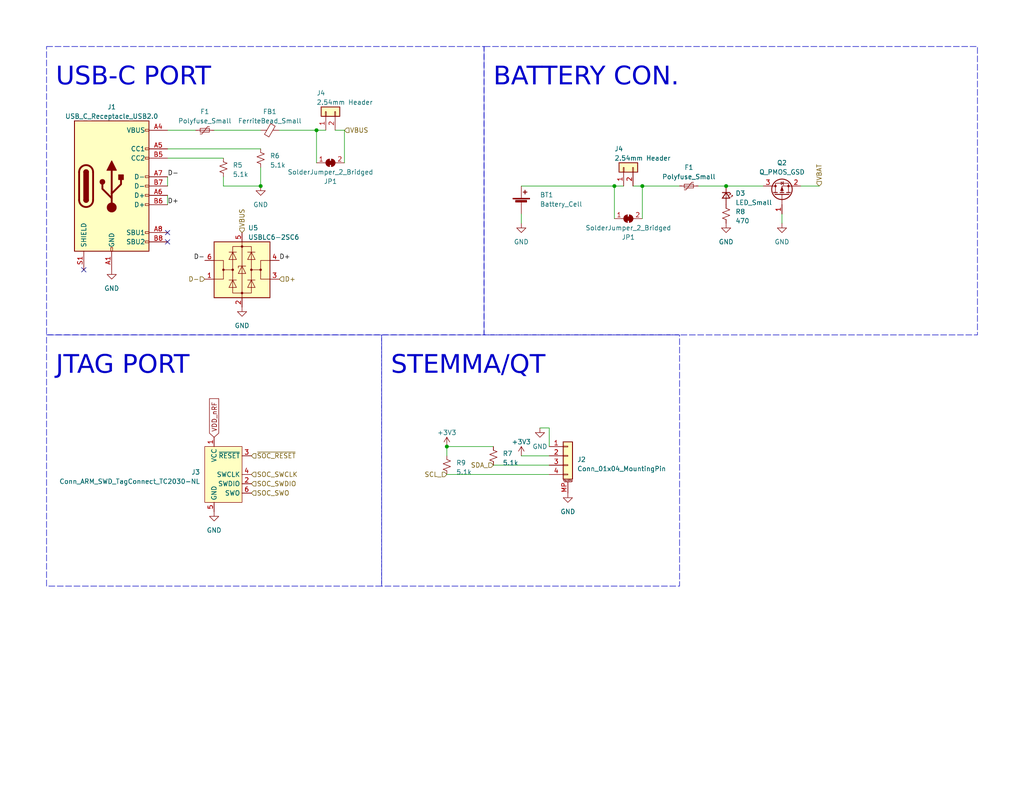
<source format=kicad_sch>
(kicad_sch (version 20230121) (generator eeschema)

  (uuid 22cf7681-5c83-4360-953a-9678b330e11e)

  (paper "A")

  (lib_symbols
    (symbol "Connector:Conn_ARM_SWD_TagConnect_TC2030-NL" (in_bom no) (on_board yes)
      (property "Reference" "J" (at 2.54 11.43 0)
        (effects (font (size 1.27 1.27)))
      )
      (property "Value" "Conn_ARM_SWD_TagConnect_TC2030-NL" (at 2.54 8.89 0)
        (effects (font (size 1.27 1.27)))
      )
      (property "Footprint" "Connector:Tag-Connect_TC2030-IDC-NL_2x03_P1.27mm_Vertical" (at 0 -17.78 0)
        (effects (font (size 1.27 1.27)) hide)
      )
      (property "Datasheet" "https://www.tag-connect.com/wp-content/uploads/bsk-pdf-manager/TC2030-CTX_1.pdf" (at 0 -15.24 0)
        (effects (font (size 1.27 1.27)) hide)
      )
      (property "ki_keywords" "Cortex Debug Connector ARM SWD JTAG" (at 0 0 0)
        (effects (font (size 1.27 1.27)) hide)
      )
      (property "ki_description" "Tag-Connect ARM Cortex SWD JTAG connector, 6 pin, no legs" (at 0 0 0)
        (effects (font (size 1.27 1.27)) hide)
      )
      (property "ki_fp_filters" "*TC2030*" (at 0 0 0)
        (effects (font (size 1.27 1.27)) hide)
      )
      (symbol "Conn_ARM_SWD_TagConnect_TC2030-NL_0_0"
        (pin power_in line (at -2.54 10.16 270) (length 2.54)
          (name "VCC" (effects (font (size 1.27 1.27))))
          (number "1" (effects (font (size 1.27 1.27))))
        )
        (pin bidirectional line (at 7.62 -2.54 180) (length 2.54)
          (name "SWDIO" (effects (font (size 1.27 1.27))))
          (number "2" (effects (font (size 1.27 1.27))))
          (alternate "TMS" bidirectional line)
        )
        (pin open_collector line (at 7.62 5.08 180) (length 2.54)
          (name "~{RESET}" (effects (font (size 1.27 1.27))))
          (number "3" (effects (font (size 1.27 1.27))))
        )
        (pin output line (at 7.62 0 180) (length 2.54)
          (name "SWCLK" (effects (font (size 1.27 1.27))))
          (number "4" (effects (font (size 1.27 1.27))))
          (alternate "TCK" output line)
        )
        (pin power_in line (at -2.54 -10.16 90) (length 2.54)
          (name "GND" (effects (font (size 1.27 1.27))))
          (number "5" (effects (font (size 1.27 1.27))))
        )
        (pin input line (at 7.62 -5.08 180) (length 2.54)
          (name "SWO" (effects (font (size 1.27 1.27))))
          (number "6" (effects (font (size 1.27 1.27))))
          (alternate "TDO" input line)
        )
      )
      (symbol "Conn_ARM_SWD_TagConnect_TC2030-NL_0_1"
        (rectangle (start -5.08 7.62) (end 5.08 -7.62)
          (stroke (width 0) (type default))
          (fill (type background))
        )
      )
    )
    (symbol "Connector:USB_C_Receptacle_USB2.0" (pin_names (offset 1.016)) (in_bom yes) (on_board yes)
      (property "Reference" "J" (at -10.16 19.05 0)
        (effects (font (size 1.27 1.27)) (justify left))
      )
      (property "Value" "USB_C_Receptacle_USB2.0" (at 19.05 19.05 0)
        (effects (font (size 1.27 1.27)) (justify right))
      )
      (property "Footprint" "" (at 3.81 0 0)
        (effects (font (size 1.27 1.27)) hide)
      )
      (property "Datasheet" "https://www.usb.org/sites/default/files/documents/usb_type-c.zip" (at 3.81 0 0)
        (effects (font (size 1.27 1.27)) hide)
      )
      (property "ki_keywords" "usb universal serial bus type-C USB2.0" (at 0 0 0)
        (effects (font (size 1.27 1.27)) hide)
      )
      (property "ki_description" "USB 2.0-only Type-C Receptacle connector" (at 0 0 0)
        (effects (font (size 1.27 1.27)) hide)
      )
      (property "ki_fp_filters" "USB*C*Receptacle*" (at 0 0 0)
        (effects (font (size 1.27 1.27)) hide)
      )
      (symbol "USB_C_Receptacle_USB2.0_0_0"
        (rectangle (start -0.254 -17.78) (end 0.254 -16.764)
          (stroke (width 0) (type default))
          (fill (type none))
        )
        (rectangle (start 10.16 -14.986) (end 9.144 -15.494)
          (stroke (width 0) (type default))
          (fill (type none))
        )
        (rectangle (start 10.16 -12.446) (end 9.144 -12.954)
          (stroke (width 0) (type default))
          (fill (type none))
        )
        (rectangle (start 10.16 -4.826) (end 9.144 -5.334)
          (stroke (width 0) (type default))
          (fill (type none))
        )
        (rectangle (start 10.16 -2.286) (end 9.144 -2.794)
          (stroke (width 0) (type default))
          (fill (type none))
        )
        (rectangle (start 10.16 0.254) (end 9.144 -0.254)
          (stroke (width 0) (type default))
          (fill (type none))
        )
        (rectangle (start 10.16 2.794) (end 9.144 2.286)
          (stroke (width 0) (type default))
          (fill (type none))
        )
        (rectangle (start 10.16 7.874) (end 9.144 7.366)
          (stroke (width 0) (type default))
          (fill (type none))
        )
        (rectangle (start 10.16 10.414) (end 9.144 9.906)
          (stroke (width 0) (type default))
          (fill (type none))
        )
        (rectangle (start 10.16 15.494) (end 9.144 14.986)
          (stroke (width 0) (type default))
          (fill (type none))
        )
      )
      (symbol "USB_C_Receptacle_USB2.0_0_1"
        (rectangle (start -10.16 17.78) (end 10.16 -17.78)
          (stroke (width 0.254) (type default))
          (fill (type background))
        )
        (arc (start -8.89 -3.81) (mid -6.985 -5.7067) (end -5.08 -3.81)
          (stroke (width 0.508) (type default))
          (fill (type none))
        )
        (arc (start -7.62 -3.81) (mid -6.985 -4.4423) (end -6.35 -3.81)
          (stroke (width 0.254) (type default))
          (fill (type none))
        )
        (arc (start -7.62 -3.81) (mid -6.985 -4.4423) (end -6.35 -3.81)
          (stroke (width 0.254) (type default))
          (fill (type outline))
        )
        (rectangle (start -7.62 -3.81) (end -6.35 3.81)
          (stroke (width 0.254) (type default))
          (fill (type outline))
        )
        (arc (start -6.35 3.81) (mid -6.985 4.4423) (end -7.62 3.81)
          (stroke (width 0.254) (type default))
          (fill (type none))
        )
        (arc (start -6.35 3.81) (mid -6.985 4.4423) (end -7.62 3.81)
          (stroke (width 0.254) (type default))
          (fill (type outline))
        )
        (arc (start -5.08 3.81) (mid -6.985 5.7067) (end -8.89 3.81)
          (stroke (width 0.508) (type default))
          (fill (type none))
        )
        (circle (center -2.54 1.143) (radius 0.635)
          (stroke (width 0.254) (type default))
          (fill (type outline))
        )
        (circle (center 0 -5.842) (radius 1.27)
          (stroke (width 0) (type default))
          (fill (type outline))
        )
        (polyline
          (pts
            (xy -8.89 -3.81)
            (xy -8.89 3.81)
          )
          (stroke (width 0.508) (type default))
          (fill (type none))
        )
        (polyline
          (pts
            (xy -5.08 3.81)
            (xy -5.08 -3.81)
          )
          (stroke (width 0.508) (type default))
          (fill (type none))
        )
        (polyline
          (pts
            (xy 0 -5.842)
            (xy 0 4.318)
          )
          (stroke (width 0.508) (type default))
          (fill (type none))
        )
        (polyline
          (pts
            (xy 0 -3.302)
            (xy -2.54 -0.762)
            (xy -2.54 0.508)
          )
          (stroke (width 0.508) (type default))
          (fill (type none))
        )
        (polyline
          (pts
            (xy 0 -2.032)
            (xy 2.54 0.508)
            (xy 2.54 1.778)
          )
          (stroke (width 0.508) (type default))
          (fill (type none))
        )
        (polyline
          (pts
            (xy -1.27 4.318)
            (xy 0 6.858)
            (xy 1.27 4.318)
            (xy -1.27 4.318)
          )
          (stroke (width 0.254) (type default))
          (fill (type outline))
        )
        (rectangle (start 1.905 1.778) (end 3.175 3.048)
          (stroke (width 0.254) (type default))
          (fill (type outline))
        )
      )
      (symbol "USB_C_Receptacle_USB2.0_1_1"
        (pin passive line (at 0 -22.86 90) (length 5.08)
          (name "GND" (effects (font (size 1.27 1.27))))
          (number "A1" (effects (font (size 1.27 1.27))))
        )
        (pin passive line (at 0 -22.86 90) (length 5.08) hide
          (name "GND" (effects (font (size 1.27 1.27))))
          (number "A12" (effects (font (size 1.27 1.27))))
        )
        (pin passive line (at 15.24 15.24 180) (length 5.08)
          (name "VBUS" (effects (font (size 1.27 1.27))))
          (number "A4" (effects (font (size 1.27 1.27))))
        )
        (pin bidirectional line (at 15.24 10.16 180) (length 5.08)
          (name "CC1" (effects (font (size 1.27 1.27))))
          (number "A5" (effects (font (size 1.27 1.27))))
        )
        (pin bidirectional line (at 15.24 -2.54 180) (length 5.08)
          (name "D+" (effects (font (size 1.27 1.27))))
          (number "A6" (effects (font (size 1.27 1.27))))
        )
        (pin bidirectional line (at 15.24 2.54 180) (length 5.08)
          (name "D-" (effects (font (size 1.27 1.27))))
          (number "A7" (effects (font (size 1.27 1.27))))
        )
        (pin bidirectional line (at 15.24 -12.7 180) (length 5.08)
          (name "SBU1" (effects (font (size 1.27 1.27))))
          (number "A8" (effects (font (size 1.27 1.27))))
        )
        (pin passive line (at 15.24 15.24 180) (length 5.08) hide
          (name "VBUS" (effects (font (size 1.27 1.27))))
          (number "A9" (effects (font (size 1.27 1.27))))
        )
        (pin passive line (at 0 -22.86 90) (length 5.08) hide
          (name "GND" (effects (font (size 1.27 1.27))))
          (number "B1" (effects (font (size 1.27 1.27))))
        )
        (pin passive line (at 0 -22.86 90) (length 5.08) hide
          (name "GND" (effects (font (size 1.27 1.27))))
          (number "B12" (effects (font (size 1.27 1.27))))
        )
        (pin passive line (at 15.24 15.24 180) (length 5.08) hide
          (name "VBUS" (effects (font (size 1.27 1.27))))
          (number "B4" (effects (font (size 1.27 1.27))))
        )
        (pin bidirectional line (at 15.24 7.62 180) (length 5.08)
          (name "CC2" (effects (font (size 1.27 1.27))))
          (number "B5" (effects (font (size 1.27 1.27))))
        )
        (pin bidirectional line (at 15.24 -5.08 180) (length 5.08)
          (name "D+" (effects (font (size 1.27 1.27))))
          (number "B6" (effects (font (size 1.27 1.27))))
        )
        (pin bidirectional line (at 15.24 0 180) (length 5.08)
          (name "D-" (effects (font (size 1.27 1.27))))
          (number "B7" (effects (font (size 1.27 1.27))))
        )
        (pin bidirectional line (at 15.24 -15.24 180) (length 5.08)
          (name "SBU2" (effects (font (size 1.27 1.27))))
          (number "B8" (effects (font (size 1.27 1.27))))
        )
        (pin passive line (at 15.24 15.24 180) (length 5.08) hide
          (name "VBUS" (effects (font (size 1.27 1.27))))
          (number "B9" (effects (font (size 1.27 1.27))))
        )
        (pin passive line (at -7.62 -22.86 90) (length 5.08)
          (name "SHIELD" (effects (font (size 1.27 1.27))))
          (number "S1" (effects (font (size 1.27 1.27))))
        )
      )
    )
    (symbol "Connector_Generic:Conn_01x02" (pin_names (offset 1.016) hide) (in_bom yes) (on_board yes)
      (property "Reference" "J" (at 0 2.54 0)
        (effects (font (size 1.27 1.27)))
      )
      (property "Value" "Conn_01x02" (at 0 -5.08 0)
        (effects (font (size 1.27 1.27)))
      )
      (property "Footprint" "" (at 0 0 0)
        (effects (font (size 1.27 1.27)) hide)
      )
      (property "Datasheet" "~" (at 0 0 0)
        (effects (font (size 1.27 1.27)) hide)
      )
      (property "ki_keywords" "connector" (at 0 0 0)
        (effects (font (size 1.27 1.27)) hide)
      )
      (property "ki_description" "Generic connector, single row, 01x02, script generated (kicad-library-utils/schlib/autogen/connector/)" (at 0 0 0)
        (effects (font (size 1.27 1.27)) hide)
      )
      (property "ki_fp_filters" "Connector*:*_1x??_*" (at 0 0 0)
        (effects (font (size 1.27 1.27)) hide)
      )
      (symbol "Conn_01x02_1_1"
        (rectangle (start -1.27 -2.413) (end 0 -2.667)
          (stroke (width 0.1524) (type default))
          (fill (type none))
        )
        (rectangle (start -1.27 0.127) (end 0 -0.127)
          (stroke (width 0.1524) (type default))
          (fill (type none))
        )
        (rectangle (start -1.27 1.27) (end 1.27 -3.81)
          (stroke (width 0.254) (type default))
          (fill (type background))
        )
        (pin passive line (at -5.08 0 0) (length 3.81)
          (name "Pin_1" (effects (font (size 1.27 1.27))))
          (number "1" (effects (font (size 1.27 1.27))))
        )
        (pin passive line (at -5.08 -2.54 0) (length 3.81)
          (name "Pin_2" (effects (font (size 1.27 1.27))))
          (number "2" (effects (font (size 1.27 1.27))))
        )
      )
    )
    (symbol "Connector_Generic_MountingPin:Conn_01x04_MountingPin" (pin_names (offset 1.016) hide) (in_bom yes) (on_board yes)
      (property "Reference" "J" (at 0 5.08 0)
        (effects (font (size 1.27 1.27)))
      )
      (property "Value" "Conn_01x04_MountingPin" (at 1.27 -7.62 0)
        (effects (font (size 1.27 1.27)) (justify left))
      )
      (property "Footprint" "" (at 0 0 0)
        (effects (font (size 1.27 1.27)) hide)
      )
      (property "Datasheet" "~" (at 0 0 0)
        (effects (font (size 1.27 1.27)) hide)
      )
      (property "ki_keywords" "connector" (at 0 0 0)
        (effects (font (size 1.27 1.27)) hide)
      )
      (property "ki_description" "Generic connectable mounting pin connector, single row, 01x04, script generated (kicad-library-utils/schlib/autogen/connector/)" (at 0 0 0)
        (effects (font (size 1.27 1.27)) hide)
      )
      (property "ki_fp_filters" "Connector*:*_1x??-1MP*" (at 0 0 0)
        (effects (font (size 1.27 1.27)) hide)
      )
      (symbol "Conn_01x04_MountingPin_1_1"
        (rectangle (start -1.27 -4.953) (end 0 -5.207)
          (stroke (width 0.1524) (type default))
          (fill (type none))
        )
        (rectangle (start -1.27 -2.413) (end 0 -2.667)
          (stroke (width 0.1524) (type default))
          (fill (type none))
        )
        (rectangle (start -1.27 0.127) (end 0 -0.127)
          (stroke (width 0.1524) (type default))
          (fill (type none))
        )
        (rectangle (start -1.27 2.667) (end 0 2.413)
          (stroke (width 0.1524) (type default))
          (fill (type none))
        )
        (rectangle (start -1.27 3.81) (end 1.27 -6.35)
          (stroke (width 0.254) (type default))
          (fill (type background))
        )
        (polyline
          (pts
            (xy -1.016 -7.112)
            (xy 1.016 -7.112)
          )
          (stroke (width 0.1524) (type default))
          (fill (type none))
        )
        (text "Mounting" (at 0 -6.731 0)
          (effects (font (size 0.381 0.381)))
        )
        (pin passive line (at -5.08 2.54 0) (length 3.81)
          (name "Pin_1" (effects (font (size 1.27 1.27))))
          (number "1" (effects (font (size 1.27 1.27))))
        )
        (pin passive line (at -5.08 0 0) (length 3.81)
          (name "Pin_2" (effects (font (size 1.27 1.27))))
          (number "2" (effects (font (size 1.27 1.27))))
        )
        (pin passive line (at -5.08 -2.54 0) (length 3.81)
          (name "Pin_3" (effects (font (size 1.27 1.27))))
          (number "3" (effects (font (size 1.27 1.27))))
        )
        (pin passive line (at -5.08 -5.08 0) (length 3.81)
          (name "Pin_4" (effects (font (size 1.27 1.27))))
          (number "4" (effects (font (size 1.27 1.27))))
        )
        (pin passive line (at 0 -10.16 90) (length 3.048)
          (name "MountPin" (effects (font (size 1.27 1.27))))
          (number "MP" (effects (font (size 1.27 1.27))))
        )
      )
    )
    (symbol "Device:Battery_Cell" (pin_numbers hide) (pin_names (offset 0) hide) (in_bom yes) (on_board yes)
      (property "Reference" "BT" (at 2.54 2.54 0)
        (effects (font (size 1.27 1.27)) (justify left))
      )
      (property "Value" "Battery_Cell" (at 2.54 0 0)
        (effects (font (size 1.27 1.27)) (justify left))
      )
      (property "Footprint" "" (at 0 1.524 90)
        (effects (font (size 1.27 1.27)) hide)
      )
      (property "Datasheet" "~" (at 0 1.524 90)
        (effects (font (size 1.27 1.27)) hide)
      )
      (property "ki_keywords" "battery cell" (at 0 0 0)
        (effects (font (size 1.27 1.27)) hide)
      )
      (property "ki_description" "Single-cell battery" (at 0 0 0)
        (effects (font (size 1.27 1.27)) hide)
      )
      (symbol "Battery_Cell_0_1"
        (rectangle (start -2.286 1.778) (end 2.286 1.524)
          (stroke (width 0) (type default))
          (fill (type outline))
        )
        (rectangle (start -1.5748 1.1938) (end 1.4732 0.6858)
          (stroke (width 0) (type default))
          (fill (type outline))
        )
        (polyline
          (pts
            (xy 0 0.762)
            (xy 0 0)
          )
          (stroke (width 0) (type default))
          (fill (type none))
        )
        (polyline
          (pts
            (xy 0 1.778)
            (xy 0 2.54)
          )
          (stroke (width 0) (type default))
          (fill (type none))
        )
        (polyline
          (pts
            (xy 0.508 3.429)
            (xy 1.524 3.429)
          )
          (stroke (width 0.254) (type default))
          (fill (type none))
        )
        (polyline
          (pts
            (xy 1.016 3.937)
            (xy 1.016 2.921)
          )
          (stroke (width 0.254) (type default))
          (fill (type none))
        )
      )
      (symbol "Battery_Cell_1_1"
        (pin passive line (at 0 5.08 270) (length 2.54)
          (name "+" (effects (font (size 1.27 1.27))))
          (number "1" (effects (font (size 1.27 1.27))))
        )
        (pin passive line (at 0 -2.54 90) (length 2.54)
          (name "-" (effects (font (size 1.27 1.27))))
          (number "2" (effects (font (size 1.27 1.27))))
        )
      )
    )
    (symbol "Device:FerriteBead_Small" (pin_numbers hide) (pin_names (offset 0)) (in_bom yes) (on_board yes)
      (property "Reference" "FB" (at 1.905 1.27 0)
        (effects (font (size 1.27 1.27)) (justify left))
      )
      (property "Value" "FerriteBead_Small" (at 1.905 -1.27 0)
        (effects (font (size 1.27 1.27)) (justify left))
      )
      (property "Footprint" "" (at -1.778 0 90)
        (effects (font (size 1.27 1.27)) hide)
      )
      (property "Datasheet" "~" (at 0 0 0)
        (effects (font (size 1.27 1.27)) hide)
      )
      (property "ki_keywords" "L ferrite bead inductor filter" (at 0 0 0)
        (effects (font (size 1.27 1.27)) hide)
      )
      (property "ki_description" "Ferrite bead, small symbol" (at 0 0 0)
        (effects (font (size 1.27 1.27)) hide)
      )
      (property "ki_fp_filters" "Inductor_* L_* *Ferrite*" (at 0 0 0)
        (effects (font (size 1.27 1.27)) hide)
      )
      (symbol "FerriteBead_Small_0_1"
        (polyline
          (pts
            (xy 0 -1.27)
            (xy 0 -0.7874)
          )
          (stroke (width 0) (type default))
          (fill (type none))
        )
        (polyline
          (pts
            (xy 0 0.889)
            (xy 0 1.2954)
          )
          (stroke (width 0) (type default))
          (fill (type none))
        )
        (polyline
          (pts
            (xy -1.8288 0.2794)
            (xy -1.1176 1.4986)
            (xy 1.8288 -0.2032)
            (xy 1.1176 -1.4224)
            (xy -1.8288 0.2794)
          )
          (stroke (width 0) (type default))
          (fill (type none))
        )
      )
      (symbol "FerriteBead_Small_1_1"
        (pin passive line (at 0 2.54 270) (length 1.27)
          (name "~" (effects (font (size 1.27 1.27))))
          (number "1" (effects (font (size 1.27 1.27))))
        )
        (pin passive line (at 0 -2.54 90) (length 1.27)
          (name "~" (effects (font (size 1.27 1.27))))
          (number "2" (effects (font (size 1.27 1.27))))
        )
      )
    )
    (symbol "Device:LED_Small" (pin_numbers hide) (pin_names (offset 0.254) hide) (in_bom yes) (on_board yes)
      (property "Reference" "D" (at -1.27 3.175 0)
        (effects (font (size 1.27 1.27)) (justify left))
      )
      (property "Value" "LED_Small" (at -4.445 -2.54 0)
        (effects (font (size 1.27 1.27)) (justify left))
      )
      (property "Footprint" "" (at 0 0 90)
        (effects (font (size 1.27 1.27)) hide)
      )
      (property "Datasheet" "~" (at 0 0 90)
        (effects (font (size 1.27 1.27)) hide)
      )
      (property "ki_keywords" "LED diode light-emitting-diode" (at 0 0 0)
        (effects (font (size 1.27 1.27)) hide)
      )
      (property "ki_description" "Light emitting diode, small symbol" (at 0 0 0)
        (effects (font (size 1.27 1.27)) hide)
      )
      (property "ki_fp_filters" "LED* LED_SMD:* LED_THT:*" (at 0 0 0)
        (effects (font (size 1.27 1.27)) hide)
      )
      (symbol "LED_Small_0_1"
        (polyline
          (pts
            (xy -0.762 -1.016)
            (xy -0.762 1.016)
          )
          (stroke (width 0.254) (type default))
          (fill (type none))
        )
        (polyline
          (pts
            (xy 1.016 0)
            (xy -0.762 0)
          )
          (stroke (width 0) (type default))
          (fill (type none))
        )
        (polyline
          (pts
            (xy 0.762 -1.016)
            (xy -0.762 0)
            (xy 0.762 1.016)
            (xy 0.762 -1.016)
          )
          (stroke (width 0.254) (type default))
          (fill (type none))
        )
        (polyline
          (pts
            (xy 0 0.762)
            (xy -0.508 1.27)
            (xy -0.254 1.27)
            (xy -0.508 1.27)
            (xy -0.508 1.016)
          )
          (stroke (width 0) (type default))
          (fill (type none))
        )
        (polyline
          (pts
            (xy 0.508 1.27)
            (xy 0 1.778)
            (xy 0.254 1.778)
            (xy 0 1.778)
            (xy 0 1.524)
          )
          (stroke (width 0) (type default))
          (fill (type none))
        )
      )
      (symbol "LED_Small_1_1"
        (pin passive line (at -2.54 0 0) (length 1.778)
          (name "K" (effects (font (size 1.27 1.27))))
          (number "1" (effects (font (size 1.27 1.27))))
        )
        (pin passive line (at 2.54 0 180) (length 1.778)
          (name "A" (effects (font (size 1.27 1.27))))
          (number "2" (effects (font (size 1.27 1.27))))
        )
      )
    )
    (symbol "Device:Polyfuse_Small" (pin_numbers hide) (pin_names (offset 0)) (in_bom yes) (on_board yes)
      (property "Reference" "F" (at -1.905 0 90)
        (effects (font (size 1.27 1.27)))
      )
      (property "Value" "Polyfuse_Small" (at 1.905 0 90)
        (effects (font (size 1.27 1.27)))
      )
      (property "Footprint" "" (at 1.27 -5.08 0)
        (effects (font (size 1.27 1.27)) (justify left) hide)
      )
      (property "Datasheet" "~" (at 0 0 0)
        (effects (font (size 1.27 1.27)) hide)
      )
      (property "ki_keywords" "resettable fuse PTC PPTC polyfuse polyswitch" (at 0 0 0)
        (effects (font (size 1.27 1.27)) hide)
      )
      (property "ki_description" "Resettable fuse, polymeric positive temperature coefficient, small symbol" (at 0 0 0)
        (effects (font (size 1.27 1.27)) hide)
      )
      (property "ki_fp_filters" "*polyfuse* *PTC*" (at 0 0 0)
        (effects (font (size 1.27 1.27)) hide)
      )
      (symbol "Polyfuse_Small_0_1"
        (rectangle (start -0.508 1.27) (end 0.508 -1.27)
          (stroke (width 0) (type default))
          (fill (type none))
        )
        (polyline
          (pts
            (xy 0 2.54)
            (xy 0 -2.54)
          )
          (stroke (width 0) (type default))
          (fill (type none))
        )
        (polyline
          (pts
            (xy -1.016 1.27)
            (xy -1.016 0.762)
            (xy 1.016 -0.762)
            (xy 1.016 -1.27)
          )
          (stroke (width 0) (type default))
          (fill (type none))
        )
      )
      (symbol "Polyfuse_Small_1_1"
        (pin passive line (at 0 2.54 270) (length 0.635)
          (name "~" (effects (font (size 1.27 1.27))))
          (number "1" (effects (font (size 1.27 1.27))))
        )
        (pin passive line (at 0 -2.54 90) (length 0.635)
          (name "~" (effects (font (size 1.27 1.27))))
          (number "2" (effects (font (size 1.27 1.27))))
        )
      )
    )
    (symbol "Device:Q_PMOS_GSD" (pin_names (offset 0) hide) (in_bom yes) (on_board yes)
      (property "Reference" "Q" (at 5.08 1.27 0)
        (effects (font (size 1.27 1.27)) (justify left))
      )
      (property "Value" "Q_PMOS_GSD" (at 5.08 -1.27 0)
        (effects (font (size 1.27 1.27)) (justify left))
      )
      (property "Footprint" "" (at 5.08 2.54 0)
        (effects (font (size 1.27 1.27)) hide)
      )
      (property "Datasheet" "~" (at 0 0 0)
        (effects (font (size 1.27 1.27)) hide)
      )
      (property "ki_keywords" "transistor PMOS P-MOS P-MOSFET" (at 0 0 0)
        (effects (font (size 1.27 1.27)) hide)
      )
      (property "ki_description" "P-MOSFET transistor, gate/source/drain" (at 0 0 0)
        (effects (font (size 1.27 1.27)) hide)
      )
      (symbol "Q_PMOS_GSD_0_1"
        (polyline
          (pts
            (xy 0.254 0)
            (xy -2.54 0)
          )
          (stroke (width 0) (type default))
          (fill (type none))
        )
        (polyline
          (pts
            (xy 0.254 1.905)
            (xy 0.254 -1.905)
          )
          (stroke (width 0.254) (type default))
          (fill (type none))
        )
        (polyline
          (pts
            (xy 0.762 -1.27)
            (xy 0.762 -2.286)
          )
          (stroke (width 0.254) (type default))
          (fill (type none))
        )
        (polyline
          (pts
            (xy 0.762 0.508)
            (xy 0.762 -0.508)
          )
          (stroke (width 0.254) (type default))
          (fill (type none))
        )
        (polyline
          (pts
            (xy 0.762 2.286)
            (xy 0.762 1.27)
          )
          (stroke (width 0.254) (type default))
          (fill (type none))
        )
        (polyline
          (pts
            (xy 2.54 2.54)
            (xy 2.54 1.778)
          )
          (stroke (width 0) (type default))
          (fill (type none))
        )
        (polyline
          (pts
            (xy 2.54 -2.54)
            (xy 2.54 0)
            (xy 0.762 0)
          )
          (stroke (width 0) (type default))
          (fill (type none))
        )
        (polyline
          (pts
            (xy 0.762 1.778)
            (xy 3.302 1.778)
            (xy 3.302 -1.778)
            (xy 0.762 -1.778)
          )
          (stroke (width 0) (type default))
          (fill (type none))
        )
        (polyline
          (pts
            (xy 2.286 0)
            (xy 1.27 0.381)
            (xy 1.27 -0.381)
            (xy 2.286 0)
          )
          (stroke (width 0) (type default))
          (fill (type outline))
        )
        (polyline
          (pts
            (xy 2.794 -0.508)
            (xy 2.921 -0.381)
            (xy 3.683 -0.381)
            (xy 3.81 -0.254)
          )
          (stroke (width 0) (type default))
          (fill (type none))
        )
        (polyline
          (pts
            (xy 3.302 -0.381)
            (xy 2.921 0.254)
            (xy 3.683 0.254)
            (xy 3.302 -0.381)
          )
          (stroke (width 0) (type default))
          (fill (type none))
        )
        (circle (center 1.651 0) (radius 2.794)
          (stroke (width 0.254) (type default))
          (fill (type none))
        )
        (circle (center 2.54 -1.778) (radius 0.254)
          (stroke (width 0) (type default))
          (fill (type outline))
        )
        (circle (center 2.54 1.778) (radius 0.254)
          (stroke (width 0) (type default))
          (fill (type outline))
        )
      )
      (symbol "Q_PMOS_GSD_1_1"
        (pin input line (at -5.08 0 0) (length 2.54)
          (name "G" (effects (font (size 1.27 1.27))))
          (number "1" (effects (font (size 1.27 1.27))))
        )
        (pin passive line (at 2.54 -5.08 90) (length 2.54)
          (name "S" (effects (font (size 1.27 1.27))))
          (number "2" (effects (font (size 1.27 1.27))))
        )
        (pin passive line (at 2.54 5.08 270) (length 2.54)
          (name "D" (effects (font (size 1.27 1.27))))
          (number "3" (effects (font (size 1.27 1.27))))
        )
      )
    )
    (symbol "Device:R_Small_US" (pin_numbers hide) (pin_names (offset 0.254) hide) (in_bom yes) (on_board yes)
      (property "Reference" "R" (at 0.762 0.508 0)
        (effects (font (size 1.27 1.27)) (justify left))
      )
      (property "Value" "R_Small_US" (at 0.762 -1.016 0)
        (effects (font (size 1.27 1.27)) (justify left))
      )
      (property "Footprint" "" (at 0 0 0)
        (effects (font (size 1.27 1.27)) hide)
      )
      (property "Datasheet" "~" (at 0 0 0)
        (effects (font (size 1.27 1.27)) hide)
      )
      (property "ki_keywords" "r resistor" (at 0 0 0)
        (effects (font (size 1.27 1.27)) hide)
      )
      (property "ki_description" "Resistor, small US symbol" (at 0 0 0)
        (effects (font (size 1.27 1.27)) hide)
      )
      (property "ki_fp_filters" "R_*" (at 0 0 0)
        (effects (font (size 1.27 1.27)) hide)
      )
      (symbol "R_Small_US_1_1"
        (polyline
          (pts
            (xy 0 0)
            (xy 1.016 -0.381)
            (xy 0 -0.762)
            (xy -1.016 -1.143)
            (xy 0 -1.524)
          )
          (stroke (width 0) (type default))
          (fill (type none))
        )
        (polyline
          (pts
            (xy 0 1.524)
            (xy 1.016 1.143)
            (xy 0 0.762)
            (xy -1.016 0.381)
            (xy 0 0)
          )
          (stroke (width 0) (type default))
          (fill (type none))
        )
        (pin passive line (at 0 2.54 270) (length 1.016)
          (name "~" (effects (font (size 1.27 1.27))))
          (number "1" (effects (font (size 1.27 1.27))))
        )
        (pin passive line (at 0 -2.54 90) (length 1.016)
          (name "~" (effects (font (size 1.27 1.27))))
          (number "2" (effects (font (size 1.27 1.27))))
        )
      )
    )
    (symbol "Jumper:SolderJumper_2_Bridged" (pin_names (offset 0) hide) (in_bom yes) (on_board yes)
      (property "Reference" "JP" (at 0 2.032 0)
        (effects (font (size 1.27 1.27)))
      )
      (property "Value" "SolderJumper_2_Bridged" (at 0 -2.54 0)
        (effects (font (size 1.27 1.27)))
      )
      (property "Footprint" "" (at 0 0 0)
        (effects (font (size 1.27 1.27)) hide)
      )
      (property "Datasheet" "~" (at 0 0 0)
        (effects (font (size 1.27 1.27)) hide)
      )
      (property "ki_keywords" "solder jumper SPST" (at 0 0 0)
        (effects (font (size 1.27 1.27)) hide)
      )
      (property "ki_description" "Solder Jumper, 2-pole, closed/bridged" (at 0 0 0)
        (effects (font (size 1.27 1.27)) hide)
      )
      (property "ki_fp_filters" "SolderJumper*Bridged*" (at 0 0 0)
        (effects (font (size 1.27 1.27)) hide)
      )
      (symbol "SolderJumper_2_Bridged_0_1"
        (rectangle (start -0.508 0.508) (end 0.508 -0.508)
          (stroke (width 0) (type default))
          (fill (type outline))
        )
        (arc (start -0.254 1.016) (mid -1.2656 0) (end -0.254 -1.016)
          (stroke (width 0) (type default))
          (fill (type none))
        )
        (arc (start -0.254 1.016) (mid -1.2656 0) (end -0.254 -1.016)
          (stroke (width 0) (type default))
          (fill (type outline))
        )
        (polyline
          (pts
            (xy -0.254 1.016)
            (xy -0.254 -1.016)
          )
          (stroke (width 0) (type default))
          (fill (type none))
        )
        (polyline
          (pts
            (xy 0.254 1.016)
            (xy 0.254 -1.016)
          )
          (stroke (width 0) (type default))
          (fill (type none))
        )
        (arc (start 0.254 -1.016) (mid 1.2656 0) (end 0.254 1.016)
          (stroke (width 0) (type default))
          (fill (type none))
        )
        (arc (start 0.254 -1.016) (mid 1.2656 0) (end 0.254 1.016)
          (stroke (width 0) (type default))
          (fill (type outline))
        )
      )
      (symbol "SolderJumper_2_Bridged_1_1"
        (pin passive line (at -3.81 0 0) (length 2.54)
          (name "A" (effects (font (size 1.27 1.27))))
          (number "1" (effects (font (size 1.27 1.27))))
        )
        (pin passive line (at 3.81 0 180) (length 2.54)
          (name "B" (effects (font (size 1.27 1.27))))
          (number "2" (effects (font (size 1.27 1.27))))
        )
      )
    )
    (symbol "Power_Protection:USBLC6-2SC6" (pin_names hide) (in_bom yes) (on_board yes)
      (property "Reference" "U" (at 2.54 8.89 0)
        (effects (font (size 1.27 1.27)) (justify left))
      )
      (property "Value" "USBLC6-2SC6" (at 2.54 -8.89 0)
        (effects (font (size 1.27 1.27)) (justify left))
      )
      (property "Footprint" "Package_TO_SOT_SMD:SOT-23-6" (at 0 -12.7 0)
        (effects (font (size 1.27 1.27)) hide)
      )
      (property "Datasheet" "https://www.st.com/resource/en/datasheet/usblc6-2.pdf" (at 5.08 8.89 0)
        (effects (font (size 1.27 1.27)) hide)
      )
      (property "ki_keywords" "usb ethernet video" (at 0 0 0)
        (effects (font (size 1.27 1.27)) hide)
      )
      (property "ki_description" "Very low capacitance ESD protection diode, 2 data-line, SOT-23-6" (at 0 0 0)
        (effects (font (size 1.27 1.27)) hide)
      )
      (property "ki_fp_filters" "SOT?23*" (at 0 0 0)
        (effects (font (size 1.27 1.27)) hide)
      )
      (symbol "USBLC6-2SC6_0_1"
        (rectangle (start -7.62 -7.62) (end 7.62 7.62)
          (stroke (width 0.254) (type default))
          (fill (type background))
        )
        (circle (center -5.08 0) (radius 0.254)
          (stroke (width 0) (type default))
          (fill (type outline))
        )
        (circle (center -2.54 0) (radius 0.254)
          (stroke (width 0) (type default))
          (fill (type outline))
        )
        (rectangle (start -2.54 6.35) (end 2.54 -6.35)
          (stroke (width 0) (type default))
          (fill (type none))
        )
        (circle (center 0 -6.35) (radius 0.254)
          (stroke (width 0) (type default))
          (fill (type outline))
        )
        (polyline
          (pts
            (xy -5.08 -2.54)
            (xy -7.62 -2.54)
          )
          (stroke (width 0) (type default))
          (fill (type none))
        )
        (polyline
          (pts
            (xy -5.08 0)
            (xy -5.08 -2.54)
          )
          (stroke (width 0) (type default))
          (fill (type none))
        )
        (polyline
          (pts
            (xy -5.08 2.54)
            (xy -7.62 2.54)
          )
          (stroke (width 0) (type default))
          (fill (type none))
        )
        (polyline
          (pts
            (xy -1.524 -2.794)
            (xy -3.556 -2.794)
          )
          (stroke (width 0) (type default))
          (fill (type none))
        )
        (polyline
          (pts
            (xy -1.524 4.826)
            (xy -3.556 4.826)
          )
          (stroke (width 0) (type default))
          (fill (type none))
        )
        (polyline
          (pts
            (xy 0 -7.62)
            (xy 0 -6.35)
          )
          (stroke (width 0) (type default))
          (fill (type none))
        )
        (polyline
          (pts
            (xy 0 -6.35)
            (xy 0 1.27)
          )
          (stroke (width 0) (type default))
          (fill (type none))
        )
        (polyline
          (pts
            (xy 0 1.27)
            (xy 0 6.35)
          )
          (stroke (width 0) (type default))
          (fill (type none))
        )
        (polyline
          (pts
            (xy 0 6.35)
            (xy 0 7.62)
          )
          (stroke (width 0) (type default))
          (fill (type none))
        )
        (polyline
          (pts
            (xy 1.524 -2.794)
            (xy 3.556 -2.794)
          )
          (stroke (width 0) (type default))
          (fill (type none))
        )
        (polyline
          (pts
            (xy 1.524 4.826)
            (xy 3.556 4.826)
          )
          (stroke (width 0) (type default))
          (fill (type none))
        )
        (polyline
          (pts
            (xy 5.08 -2.54)
            (xy 7.62 -2.54)
          )
          (stroke (width 0) (type default))
          (fill (type none))
        )
        (polyline
          (pts
            (xy 5.08 0)
            (xy 5.08 -2.54)
          )
          (stroke (width 0) (type default))
          (fill (type none))
        )
        (polyline
          (pts
            (xy 5.08 2.54)
            (xy 7.62 2.54)
          )
          (stroke (width 0) (type default))
          (fill (type none))
        )
        (polyline
          (pts
            (xy -2.54 0)
            (xy -5.08 0)
            (xy -5.08 2.54)
          )
          (stroke (width 0) (type default))
          (fill (type none))
        )
        (polyline
          (pts
            (xy 2.54 0)
            (xy 5.08 0)
            (xy 5.08 2.54)
          )
          (stroke (width 0) (type default))
          (fill (type none))
        )
        (polyline
          (pts
            (xy -3.556 -4.826)
            (xy -1.524 -4.826)
            (xy -2.54 -2.794)
            (xy -3.556 -4.826)
          )
          (stroke (width 0) (type default))
          (fill (type none))
        )
        (polyline
          (pts
            (xy -3.556 2.794)
            (xy -1.524 2.794)
            (xy -2.54 4.826)
            (xy -3.556 2.794)
          )
          (stroke (width 0) (type default))
          (fill (type none))
        )
        (polyline
          (pts
            (xy -1.016 -1.016)
            (xy 1.016 -1.016)
            (xy 0 1.016)
            (xy -1.016 -1.016)
          )
          (stroke (width 0) (type default))
          (fill (type none))
        )
        (polyline
          (pts
            (xy 1.016 1.016)
            (xy 0.762 1.016)
            (xy -1.016 1.016)
            (xy -1.016 0.508)
          )
          (stroke (width 0) (type default))
          (fill (type none))
        )
        (polyline
          (pts
            (xy 3.556 -4.826)
            (xy 1.524 -4.826)
            (xy 2.54 -2.794)
            (xy 3.556 -4.826)
          )
          (stroke (width 0) (type default))
          (fill (type none))
        )
        (polyline
          (pts
            (xy 3.556 2.794)
            (xy 1.524 2.794)
            (xy 2.54 4.826)
            (xy 3.556 2.794)
          )
          (stroke (width 0) (type default))
          (fill (type none))
        )
        (circle (center 0 6.35) (radius 0.254)
          (stroke (width 0) (type default))
          (fill (type outline))
        )
        (circle (center 2.54 0) (radius 0.254)
          (stroke (width 0) (type default))
          (fill (type outline))
        )
        (circle (center 5.08 0) (radius 0.254)
          (stroke (width 0) (type default))
          (fill (type outline))
        )
      )
      (symbol "USBLC6-2SC6_1_1"
        (pin passive line (at -10.16 -2.54 0) (length 2.54)
          (name "I/O1" (effects (font (size 1.27 1.27))))
          (number "1" (effects (font (size 1.27 1.27))))
        )
        (pin passive line (at 0 -10.16 90) (length 2.54)
          (name "GND" (effects (font (size 1.27 1.27))))
          (number "2" (effects (font (size 1.27 1.27))))
        )
        (pin passive line (at 10.16 -2.54 180) (length 2.54)
          (name "I/O2" (effects (font (size 1.27 1.27))))
          (number "3" (effects (font (size 1.27 1.27))))
        )
        (pin passive line (at 10.16 2.54 180) (length 2.54)
          (name "I/O2" (effects (font (size 1.27 1.27))))
          (number "4" (effects (font (size 1.27 1.27))))
        )
        (pin passive line (at 0 10.16 270) (length 2.54)
          (name "VBUS" (effects (font (size 1.27 1.27))))
          (number "5" (effects (font (size 1.27 1.27))))
        )
        (pin passive line (at -10.16 2.54 0) (length 2.54)
          (name "I/O1" (effects (font (size 1.27 1.27))))
          (number "6" (effects (font (size 1.27 1.27))))
        )
      )
    )
    (symbol "power:+3V3" (power) (pin_names (offset 0)) (in_bom yes) (on_board yes)
      (property "Reference" "#PWR" (at 0 -3.81 0)
        (effects (font (size 1.27 1.27)) hide)
      )
      (property "Value" "+3V3" (at 0 3.556 0)
        (effects (font (size 1.27 1.27)))
      )
      (property "Footprint" "" (at 0 0 0)
        (effects (font (size 1.27 1.27)) hide)
      )
      (property "Datasheet" "" (at 0 0 0)
        (effects (font (size 1.27 1.27)) hide)
      )
      (property "ki_keywords" "global power" (at 0 0 0)
        (effects (font (size 1.27 1.27)) hide)
      )
      (property "ki_description" "Power symbol creates a global label with name \"+3V3\"" (at 0 0 0)
        (effects (font (size 1.27 1.27)) hide)
      )
      (symbol "+3V3_0_1"
        (polyline
          (pts
            (xy -0.762 1.27)
            (xy 0 2.54)
          )
          (stroke (width 0) (type default))
          (fill (type none))
        )
        (polyline
          (pts
            (xy 0 0)
            (xy 0 2.54)
          )
          (stroke (width 0) (type default))
          (fill (type none))
        )
        (polyline
          (pts
            (xy 0 2.54)
            (xy 0.762 1.27)
          )
          (stroke (width 0) (type default))
          (fill (type none))
        )
      )
      (symbol "+3V3_1_1"
        (pin power_in line (at 0 0 90) (length 0) hide
          (name "+3V3" (effects (font (size 1.27 1.27))))
          (number "1" (effects (font (size 1.27 1.27))))
        )
      )
    )
    (symbol "power:GND" (power) (pin_names (offset 0)) (in_bom yes) (on_board yes)
      (property "Reference" "#PWR" (at 0 -6.35 0)
        (effects (font (size 1.27 1.27)) hide)
      )
      (property "Value" "GND" (at 0 -3.81 0)
        (effects (font (size 1.27 1.27)))
      )
      (property "Footprint" "" (at 0 0 0)
        (effects (font (size 1.27 1.27)) hide)
      )
      (property "Datasheet" "" (at 0 0 0)
        (effects (font (size 1.27 1.27)) hide)
      )
      (property "ki_keywords" "global power" (at 0 0 0)
        (effects (font (size 1.27 1.27)) hide)
      )
      (property "ki_description" "Power symbol creates a global label with name \"GND\" , ground" (at 0 0 0)
        (effects (font (size 1.27 1.27)) hide)
      )
      (symbol "GND_0_1"
        (polyline
          (pts
            (xy 0 0)
            (xy 0 -1.27)
            (xy 1.27 -1.27)
            (xy 0 -2.54)
            (xy -1.27 -1.27)
            (xy 0 -1.27)
          )
          (stroke (width 0) (type default))
          (fill (type none))
        )
      )
      (symbol "GND_1_1"
        (pin power_in line (at 0 0 270) (length 0) hide
          (name "GND" (effects (font (size 1.27 1.27))))
          (number "1" (effects (font (size 1.27 1.27))))
        )
      )
    )
  )

  (junction (at 198.12 50.8) (diameter 0) (color 0 0 0 0)
    (uuid 32db311f-0d0f-4b02-bc4e-8bf5233ceaba)
  )
  (junction (at 86.36 35.56) (diameter 0) (color 0 0 0 0)
    (uuid 84b22d42-9043-479b-9d32-85404c0fc7d6)
  )
  (junction (at 71.12 50.8) (diameter 0) (color 0 0 0 0)
    (uuid 86e9477a-0e0e-4291-b688-48696ceeb1c6)
  )
  (junction (at 121.92 121.92) (diameter 0) (color 0 0 0 0)
    (uuid 8aebe951-5341-4b8f-800b-1657977bffa4)
  )
  (junction (at 175.26 50.8) (diameter 0) (color 0 0 0 0)
    (uuid d2477f16-2d22-4de2-93e2-c3a8129e939d)
  )
  (junction (at 167.64 50.8) (diameter 0) (color 0 0 0 0)
    (uuid ebad7a1b-8d1e-424b-a665-a230374fc8e1)
  )

  (no_connect (at 22.86 73.66) (uuid a4917a34-fe61-455e-a64d-beba350eab0e))
  (no_connect (at 45.72 66.04) (uuid abc44ecc-f411-42eb-9581-e9226b8fa35f))
  (no_connect (at 45.72 63.5) (uuid ce92e6b3-ec13-4688-9fc8-025651c70db3))

  (wire (pts (xy 142.24 124.46) (xy 149.86 124.46))
    (stroke (width 0) (type default))
    (uuid 15aa4ebc-c76a-4652-9326-8251bf974409)
  )
  (wire (pts (xy 91.44 35.56) (xy 93.98 35.56))
    (stroke (width 0) (type default))
    (uuid 252cf5d4-4830-4445-9185-7b391a798ac4)
  )
  (wire (pts (xy 142.24 60.96) (xy 142.24 58.42))
    (stroke (width 0) (type default))
    (uuid 29d6aaf4-34c2-4c9d-9b18-4a996ffd7d91)
  )
  (wire (pts (xy 86.36 44.45) (xy 86.36 35.56))
    (stroke (width 0) (type default))
    (uuid 3696156f-b911-46e1-b2c0-e202cf78fdbb)
  )
  (wire (pts (xy 167.64 50.8) (xy 170.18 50.8))
    (stroke (width 0) (type default))
    (uuid 55de8913-b605-4d10-a0ef-47d3b41239fd)
  )
  (wire (pts (xy 71.12 45.72) (xy 71.12 50.8))
    (stroke (width 0) (type default))
    (uuid 57eac9b0-2a3e-47d1-ba7d-9acc5e0977ba)
  )
  (wire (pts (xy 45.72 40.64) (xy 71.12 40.64))
    (stroke (width 0) (type default))
    (uuid 5bd2f23e-83f0-4284-8bc7-3f1f3452c4ec)
  )
  (wire (pts (xy 175.26 50.8) (xy 185.42 50.8))
    (stroke (width 0) (type default))
    (uuid 5f1adf5d-f9c5-49fe-a854-27932669cc6d)
  )
  (wire (pts (xy 175.26 50.8) (xy 175.26 59.69))
    (stroke (width 0) (type default))
    (uuid 6a48c7c7-7f1c-4197-b4c0-19ca4bc3c858)
  )
  (wire (pts (xy 121.92 129.54) (xy 149.86 129.54))
    (stroke (width 0) (type default))
    (uuid 6b1a18a8-fdff-4c19-aa27-e6a6513a934c)
  )
  (wire (pts (xy 60.96 50.8) (xy 60.96 48.26))
    (stroke (width 0) (type default))
    (uuid 6b8d80a4-cd5c-478c-9aeb-12caaaa6e715)
  )
  (wire (pts (xy 121.92 121.92) (xy 134.62 121.92))
    (stroke (width 0) (type default))
    (uuid 73c7e042-8c55-454e-af79-843597e175b7)
  )
  (wire (pts (xy 147.32 116.84) (xy 149.86 116.84))
    (stroke (width 0) (type default))
    (uuid 79ae9aad-247d-45ec-a998-d019267045b0)
  )
  (wire (pts (xy 76.2 35.56) (xy 86.36 35.56))
    (stroke (width 0) (type default))
    (uuid 80c52727-b4bc-4452-a7fd-95f114f35cf3)
  )
  (wire (pts (xy 58.42 35.56) (xy 71.12 35.56))
    (stroke (width 0) (type default))
    (uuid 87482ffc-6676-426a-b433-bd27e0e37058)
  )
  (wire (pts (xy 45.72 48.26) (xy 45.72 50.8))
    (stroke (width 0) (type default))
    (uuid 8a6a6f94-d47b-4ddc-a1aa-61a663a0b64d)
  )
  (wire (pts (xy 223.52 50.8) (xy 218.44 50.8))
    (stroke (width 0) (type default))
    (uuid 9ee970c3-6653-4f67-94f4-15e588072a69)
  )
  (wire (pts (xy 190.5 50.8) (xy 198.12 50.8))
    (stroke (width 0) (type default))
    (uuid b117b14f-c696-4a42-96c4-63183c06b4ef)
  )
  (wire (pts (xy 45.72 35.56) (xy 53.34 35.56))
    (stroke (width 0) (type default))
    (uuid b3d33f88-4808-446a-b65c-ae8a40429cbe)
  )
  (wire (pts (xy 45.72 43.18) (xy 60.96 43.18))
    (stroke (width 0) (type default))
    (uuid b53e56f8-5a6d-4e76-92c4-c8f7ef553249)
  )
  (wire (pts (xy 198.12 50.8) (xy 208.28 50.8))
    (stroke (width 0) (type default))
    (uuid c7ad0398-f192-4db1-87f8-9dfd1e4df88a)
  )
  (wire (pts (xy 60.96 50.8) (xy 71.12 50.8))
    (stroke (width 0) (type default))
    (uuid c9bb2c0d-d1cb-458c-955f-cab952fb8b6d)
  )
  (wire (pts (xy 213.36 60.96) (xy 213.36 58.42))
    (stroke (width 0) (type default))
    (uuid d0c9175f-51f5-4d3b-bfd3-84fc5a0e759a)
  )
  (wire (pts (xy 142.24 50.8) (xy 167.64 50.8))
    (stroke (width 0) (type default))
    (uuid d1543e5c-4be3-47ab-93bf-6605be6f6a08)
  )
  (wire (pts (xy 167.64 59.69) (xy 167.64 50.8))
    (stroke (width 0) (type default))
    (uuid d426d82d-e0b5-4937-b4bf-afcce9e29408)
  )
  (wire (pts (xy 149.86 116.84) (xy 149.86 121.92))
    (stroke (width 0) (type default))
    (uuid d82cb2f8-022e-4b88-bd55-b5710730f4d1)
  )
  (wire (pts (xy 121.92 121.92) (xy 121.92 124.46))
    (stroke (width 0) (type default))
    (uuid dabe2dd4-d707-41c5-933c-65d7268b51bd)
  )
  (wire (pts (xy 172.72 50.8) (xy 175.26 50.8))
    (stroke (width 0) (type default))
    (uuid ddf043c0-c4d4-4f55-a68a-95b46d3dbe3b)
  )
  (wire (pts (xy 93.98 35.56) (xy 93.98 44.45))
    (stroke (width 0) (type default))
    (uuid dfd770dc-338c-4ccb-bf8a-54fe86d7b1ba)
  )
  (wire (pts (xy 134.62 127) (xy 149.86 127))
    (stroke (width 0) (type default))
    (uuid e8a77c39-2483-4d77-af54-e419aa44a40d)
  )
  (wire (pts (xy 45.72 53.34) (xy 45.72 55.88))
    (stroke (width 0) (type default))
    (uuid ebca9e0c-b693-4c5d-8dcc-e1a6715e8b99)
  )
  (wire (pts (xy 86.36 35.56) (xy 88.9 35.56))
    (stroke (width 0) (type default))
    (uuid f4b51c40-5346-4b46-9913-b0761c599d5f)
  )

  (rectangle (start 104.14 91.44) (end 185.42 160.02)
    (stroke (width 0) (type dash))
    (fill (type none))
    (uuid 27daaa49-1432-4d4f-b2ef-b410c25af4cc)
  )
  (rectangle (start 12.7 12.7) (end 132.08 91.44)
    (stroke (width 0) (type dash))
    (fill (type none))
    (uuid 784608b0-c89f-43d1-b78b-6cf3b5b40436)
  )
  (rectangle (start 12.7 91.44) (end 104.14 160.02)
    (stroke (width 0) (type dash))
    (fill (type none))
    (uuid 78d46fe4-d79e-4279-985a-e8aa4466f0d0)
  )
  (rectangle (start 132.08 12.7) (end 266.7 91.44)
    (stroke (width 0) (type dash))
    (fill (type none))
    (uuid 85895979-130a-4fef-947c-eecd7c8d962e)
  )

  (text "JTAG PORT" (at 15.24 104.14 0)
    (effects (font (face "Tahoma") (size 5 5)) (justify left bottom))
    (uuid 82de0908-c8a1-425e-a775-c5f608b43f55)
  )
  (text "BATTERY CON." (at 134.62 25.4 0)
    (effects (font (face "Tahoma") (size 5 5)) (justify left bottom))
    (uuid b7707314-a952-45af-af4a-1be80a19610c)
  )
  (text "STEMMA/QT" (at 106.68 104.14 0)
    (effects (font (face "Tahoma") (size 5 5)) (justify left bottom))
    (uuid c9722d5a-9e41-4043-9b97-b0a701883c7c)
  )
  (text "USB-C PORT" (at 15.24 25.4 0)
    (effects (font (face "Tahoma") (size 5 5)) (justify left bottom))
    (uuid d848d819-a5b2-4576-84d5-c761087d87bc)
  )

  (label "D+" (at 45.72 55.88 0) (fields_autoplaced)
    (effects (font (size 1.27 1.27)) (justify left bottom))
    (uuid 0c6f49c4-ae74-45b0-830b-1770a923f73f)
  )
  (label "D-" (at 45.72 48.26 0) (fields_autoplaced)
    (effects (font (size 1.27 1.27)) (justify left bottom))
    (uuid 0ef05a19-d6ba-40a7-bcfb-13f2648d4467)
  )
  (label "D+" (at 76.2 71.12 0) (fields_autoplaced)
    (effects (font (size 1.27 1.27)) (justify left bottom))
    (uuid 37cb8788-d34c-4329-9bd4-c5cd57609fca)
  )
  (label "D-" (at 55.88 71.12 180) (fields_autoplaced)
    (effects (font (size 1.27 1.27)) (justify right bottom))
    (uuid 44a5ed5d-ca9c-4285-a4d8-ec41241bd095)
  )

  (global_label "VDD_nRF" (shape input) (at 58.42 119.38 90) (fields_autoplaced)
    (effects (font (size 1.27 1.27)) (justify left))
    (uuid 5f75548a-36a6-4f23-849d-3551622a40a6)
    (property "Intersheetrefs" "${INTERSHEET_REFS}" (at 58.42 108.3704 90)
      (effects (font (size 1.27 1.27)) (justify left) hide)
    )
  )

  (hierarchical_label "D-" (shape input) (at 55.88 76.2 180) (fields_autoplaced)
    (effects (font (size 1.27 1.27)) (justify right))
    (uuid 0ead615b-f9dd-4a86-ae83-9689c1190efd)
  )
  (hierarchical_label "SCL_" (shape input) (at 121.92 129.54 180) (fields_autoplaced)
    (effects (font (size 1.27 1.27)) (justify right))
    (uuid 1cc25365-d8ac-4a70-bbc3-8e01ed6ec30b)
  )
  (hierarchical_label "SDA_" (shape input) (at 134.62 127 180) (fields_autoplaced)
    (effects (font (size 1.27 1.27)) (justify right))
    (uuid 465a7eac-1ab2-47d2-86a8-b14e0a9397c9)
  )
  (hierarchical_label "SOC_SWO" (shape input) (at 68.58 134.62 0) (fields_autoplaced)
    (effects (font (size 1.27 1.27)) (justify left))
    (uuid 52f235ca-9baa-4cf3-b959-ba065ae8023c)
  )
  (hierarchical_label "VBUS" (shape input) (at 66.04 63.5 90) (fields_autoplaced)
    (effects (font (size 1.27 1.27)) (justify left))
    (uuid 59649f37-af91-4d26-887d-3ebbfdc65ecb)
  )
  (hierarchical_label "D+" (shape input) (at 76.2 76.2 0) (fields_autoplaced)
    (effects (font (size 1.27 1.27)) (justify left))
    (uuid 68aa68d2-bed7-4e6b-9b97-6068d68c0d4a)
  )
  (hierarchical_label "~{SOC_RESET}" (shape input) (at 68.58 124.46 0) (fields_autoplaced)
    (effects (font (size 1.27 1.27)) (justify left))
    (uuid 79ed7d48-a1ec-4dd0-9710-8bc90abb9e34)
  )
  (hierarchical_label "SOC_SWDIO" (shape input) (at 68.58 132.08 0) (fields_autoplaced)
    (effects (font (size 1.27 1.27)) (justify left))
    (uuid a23d3135-b6d6-4628-b822-8dc8e9d09d2b)
  )
  (hierarchical_label "VBAT" (shape input) (at 223.52 50.8 90) (fields_autoplaced)
    (effects (font (size 1.27 1.27)) (justify left))
    (uuid c2d5a450-3572-4eca-8371-34513b617ebf)
  )
  (hierarchical_label "VBUS" (shape input) (at 93.98 35.56 0) (fields_autoplaced)
    (effects (font (size 1.27 1.27)) (justify left))
    (uuid d77171f2-3873-496b-864d-9468eb21dfb5)
  )
  (hierarchical_label "SOC_SWCLK" (shape input) (at 68.58 129.54 0) (fields_autoplaced)
    (effects (font (size 1.27 1.27)) (justify left))
    (uuid e66eb836-c366-4dea-b651-017e507fc9e1)
  )

  (symbol (lib_id "power:GND") (at 147.32 116.84 0) (unit 1)
    (in_bom yes) (on_board yes) (dnp no) (fields_autoplaced)
    (uuid 00f23269-15cd-4036-8379-ea307e4a4a74)
    (property "Reference" "#PWR02" (at 147.32 123.19 0)
      (effects (font (size 1.27 1.27)) hide)
    )
    (property "Value" "GND" (at 147.32 121.92 0)
      (effects (font (size 1.27 1.27)))
    )
    (property "Footprint" "" (at 147.32 116.84 0)
      (effects (font (size 1.27 1.27)) hide)
    )
    (property "Datasheet" "" (at 147.32 116.84 0)
      (effects (font (size 1.27 1.27)) hide)
    )
    (pin "1" (uuid b87f4122-b6f9-45b8-8de0-927e9c0345b5))
    (instances
      (project "feather"
        (path "/ff0e202b-4a10-454c-95f3-d1df6cc67c7a"
          (reference "#PWR02") (unit 1)
        )
        (path "/ff0e202b-4a10-454c-95f3-d1df6cc67c7a/779cdca5-c8be-4bb1-8a27-19b4839eca32"
          (reference "#PWR038") (unit 1)
        )
      )
    )
  )

  (symbol (lib_id "power:GND") (at 198.12 60.96 0) (unit 1)
    (in_bom yes) (on_board yes) (dnp no) (fields_autoplaced)
    (uuid 0af1892d-ad08-4590-83bf-22a33deb7ba2)
    (property "Reference" "#PWR011" (at 198.12 67.31 0)
      (effects (font (size 1.27 1.27)) hide)
    )
    (property "Value" "GND" (at 198.12 66.04 0)
      (effects (font (size 1.27 1.27)))
    )
    (property "Footprint" "" (at 198.12 60.96 0)
      (effects (font (size 1.27 1.27)) hide)
    )
    (property "Datasheet" "" (at 198.12 60.96 0)
      (effects (font (size 1.27 1.27)) hide)
    )
    (pin "1" (uuid e67ce5d9-7979-41de-8bd1-cfbcda32501a))
    (instances
      (project "feather"
        (path "/ff0e202b-4a10-454c-95f3-d1df6cc67c7a"
          (reference "#PWR011") (unit 1)
        )
        (path "/ff0e202b-4a10-454c-95f3-d1df6cc67c7a/779cdca5-c8be-4bb1-8a27-19b4839eca32"
          (reference "#PWR057") (unit 1)
        )
      )
    )
  )

  (symbol (lib_id "Device:R_Small_US") (at 60.96 45.72 180) (unit 1)
    (in_bom yes) (on_board yes) (dnp no) (fields_autoplaced)
    (uuid 0c2b68f1-f28e-4674-863f-a73a4b3dbb43)
    (property "Reference" "R5" (at 63.5 45.085 0)
      (effects (font (size 1.27 1.27)) (justify right))
    )
    (property "Value" "5.1k" (at 63.5 47.625 0)
      (effects (font (size 1.27 1.27)) (justify right))
    )
    (property "Footprint" "" (at 60.96 45.72 0)
      (effects (font (size 1.27 1.27)) hide)
    )
    (property "Datasheet" "~" (at 60.96 45.72 0)
      (effects (font (size 1.27 1.27)) hide)
    )
    (pin "1" (uuid a9ead891-d71a-4c1c-939f-c19b230d5cdc))
    (pin "2" (uuid c9c67137-9337-4687-8435-be836254c95d))
    (instances
      (project "feather"
        (path "/ff0e202b-4a10-454c-95f3-d1df6cc67c7a/779cdca5-c8be-4bb1-8a27-19b4839eca32"
          (reference "R5") (unit 1)
        )
      )
    )
  )

  (symbol (lib_id "Device:Battery_Cell") (at 142.24 55.88 0) (unit 1)
    (in_bom yes) (on_board yes) (dnp no) (fields_autoplaced)
    (uuid 1a1a303c-d308-48a6-8021-0aa5119e90c2)
    (property "Reference" "BT1" (at 147.32 53.213 0)
      (effects (font (size 1.27 1.27)) (justify left))
    )
    (property "Value" "Battery_Cell" (at 147.32 55.753 0)
      (effects (font (size 1.27 1.27)) (justify left))
    )
    (property "Footprint" "Connector_JST:JST_PH_S2B-PH-SM4-TB_1x02-1MP_P2.00mm_Horizontal" (at 142.24 54.356 90)
      (effects (font (size 1.27 1.27)) hide)
    )
    (property "Datasheet" "~" (at 142.24 54.356 90)
      (effects (font (size 1.27 1.27)) hide)
    )
    (pin "1" (uuid 94814624-fa94-4766-a42a-4f764a1d0191))
    (pin "2" (uuid 57d5cf19-bb56-4efb-81c7-0e2a4f1270e9))
    (instances
      (project "feather"
        (path "/ff0e202b-4a10-454c-95f3-d1df6cc67c7a"
          (reference "BT1") (unit 1)
        )
        (path "/ff0e202b-4a10-454c-95f3-d1df6cc67c7a/779cdca5-c8be-4bb1-8a27-19b4839eca32"
          (reference "BT1") (unit 1)
        )
      )
    )
  )

  (symbol (lib_id "Connector_Generic_MountingPin:Conn_01x04_MountingPin") (at 154.94 124.46 0) (unit 1)
    (in_bom yes) (on_board yes) (dnp no) (fields_autoplaced)
    (uuid 1bf60dd9-e21b-4030-9d64-1dea70a9532f)
    (property "Reference" "J2" (at 157.48 125.4506 0)
      (effects (font (size 1.27 1.27)) (justify left))
    )
    (property "Value" "Conn_01x04_MountingPin" (at 157.48 127.9906 0)
      (effects (font (size 1.27 1.27)) (justify left))
    )
    (property "Footprint" "Connector_JST:JST_SH_SM04B-SRSS-TB_1x04-1MP_P1.00mm_Horizontal" (at 154.94 124.46 0)
      (effects (font (size 1.27 1.27)) hide)
    )
    (property "Datasheet" "~" (at 154.94 124.46 0)
      (effects (font (size 1.27 1.27)) hide)
    )
    (pin "1" (uuid 7f50446c-2507-40e3-b42a-dd697e8dde54))
    (pin "2" (uuid a20bbf68-f3a1-4d3a-b987-c7588f4769ff))
    (pin "3" (uuid 385f497b-65d4-43b5-b4ac-c83e9e381a3f))
    (pin "4" (uuid ffe341fc-77ad-4c2b-9898-84004b945d3c))
    (pin "MP" (uuid aec27c2d-51fd-477a-b9ca-ce67d077f470))
    (instances
      (project "feather"
        (path "/ff0e202b-4a10-454c-95f3-d1df6cc67c7a"
          (reference "J2") (unit 1)
        )
        (path "/ff0e202b-4a10-454c-95f3-d1df6cc67c7a/779cdca5-c8be-4bb1-8a27-19b4839eca32"
          (reference "J2") (unit 1)
        )
      )
    )
  )

  (symbol (lib_id "Device:LED_Small") (at 198.12 53.34 270) (unit 1)
    (in_bom yes) (on_board yes) (dnp no) (fields_autoplaced)
    (uuid 1c474002-41fc-4592-a79d-5ad76979a0eb)
    (property "Reference" "D3" (at 200.66 52.7685 90)
      (effects (font (size 1.27 1.27)) (justify left))
    )
    (property "Value" "LED_Small" (at 200.66 55.3085 90)
      (effects (font (size 1.27 1.27)) (justify left))
    )
    (property "Footprint" "" (at 198.12 53.34 90)
      (effects (font (size 1.27 1.27)) hide)
    )
    (property "Datasheet" "~" (at 198.12 53.34 90)
      (effects (font (size 1.27 1.27)) hide)
    )
    (pin "1" (uuid 763c520a-55a2-4a44-935c-3235ee5f1dcc))
    (pin "2" (uuid df73aa27-1308-40e5-bc7c-9935a429bbeb))
    (instances
      (project "feather"
        (path "/ff0e202b-4a10-454c-95f3-d1df6cc67c7a/779cdca5-c8be-4bb1-8a27-19b4839eca32"
          (reference "D3") (unit 1)
        )
      )
    )
  )

  (symbol (lib_id "power:GND") (at 66.04 83.82 0) (unit 1)
    (in_bom yes) (on_board yes) (dnp no) (fields_autoplaced)
    (uuid 28be5522-a63a-4eed-a97e-90526f23b1b4)
    (property "Reference" "#PWR01" (at 66.04 90.17 0)
      (effects (font (size 1.27 1.27)) hide)
    )
    (property "Value" "GND" (at 66.04 88.9 0)
      (effects (font (size 1.27 1.27)))
    )
    (property "Footprint" "" (at 66.04 83.82 0)
      (effects (font (size 1.27 1.27)) hide)
    )
    (property "Datasheet" "" (at 66.04 83.82 0)
      (effects (font (size 1.27 1.27)) hide)
    )
    (pin "1" (uuid 12831618-eff0-4acd-93e1-009d3aa8ee70))
    (instances
      (project "feather"
        (path "/ff0e202b-4a10-454c-95f3-d1df6cc67c7a"
          (reference "#PWR01") (unit 1)
        )
        (path "/ff0e202b-4a10-454c-95f3-d1df6cc67c7a/779cdca5-c8be-4bb1-8a27-19b4839eca32"
          (reference "#PWR01") (unit 1)
        )
      )
    )
  )

  (symbol (lib_id "power:GND") (at 213.36 60.96 0) (unit 1)
    (in_bom yes) (on_board yes) (dnp no) (fields_autoplaced)
    (uuid 2bea0f8c-ab2c-46f3-ab6d-7f3fe52ac4d5)
    (property "Reference" "#PWR011" (at 213.36 67.31 0)
      (effects (font (size 1.27 1.27)) hide)
    )
    (property "Value" "GND" (at 213.36 66.04 0)
      (effects (font (size 1.27 1.27)))
    )
    (property "Footprint" "" (at 213.36 60.96 0)
      (effects (font (size 1.27 1.27)) hide)
    )
    (property "Datasheet" "" (at 213.36 60.96 0)
      (effects (font (size 1.27 1.27)) hide)
    )
    (pin "1" (uuid bbd493b4-6856-40fd-88a1-04114d783293))
    (instances
      (project "feather"
        (path "/ff0e202b-4a10-454c-95f3-d1df6cc67c7a"
          (reference "#PWR011") (unit 1)
        )
        (path "/ff0e202b-4a10-454c-95f3-d1df6cc67c7a/779cdca5-c8be-4bb1-8a27-19b4839eca32"
          (reference "#PWR056") (unit 1)
        )
      )
    )
  )

  (symbol (lib_id "Device:R_Small_US") (at 134.62 124.46 0) (unit 1)
    (in_bom yes) (on_board yes) (dnp no) (fields_autoplaced)
    (uuid 3075e933-265e-4726-95ba-56c3ccbca74c)
    (property "Reference" "R7" (at 137.16 123.825 0)
      (effects (font (size 1.27 1.27)) (justify left))
    )
    (property "Value" "5.1k" (at 137.16 126.365 0)
      (effects (font (size 1.27 1.27)) (justify left))
    )
    (property "Footprint" "" (at 134.62 124.46 0)
      (effects (font (size 1.27 1.27)) hide)
    )
    (property "Datasheet" "~" (at 134.62 124.46 0)
      (effects (font (size 1.27 1.27)) hide)
    )
    (pin "1" (uuid 3b16f952-3329-40d9-a198-856650246b08))
    (pin "2" (uuid af590794-4c09-474d-83e0-b39d2977d52e))
    (instances
      (project "feather"
        (path "/ff0e202b-4a10-454c-95f3-d1df6cc67c7a/779cdca5-c8be-4bb1-8a27-19b4839eca32"
          (reference "R7") (unit 1)
        )
      )
    )
  )

  (symbol (lib_id "power:+3V3") (at 142.24 124.46 0) (unit 1)
    (in_bom yes) (on_board yes) (dnp no)
    (uuid 3b3aaa37-98a4-4195-ba6c-bb0ec117ef29)
    (property "Reference" "#PWR035" (at 142.24 128.27 0)
      (effects (font (size 1.27 1.27)) hide)
    )
    (property "Value" "+3V3" (at 142.24 120.65 0)
      (effects (font (size 1.27 1.27)))
    )
    (property "Footprint" "" (at 142.24 124.46 0)
      (effects (font (size 1.27 1.27)) hide)
    )
    (property "Datasheet" "" (at 142.24 124.46 0)
      (effects (font (size 1.27 1.27)) hide)
    )
    (pin "1" (uuid 403712a2-7966-44a5-99c5-abba64c6c531))
    (instances
      (project "feather"
        (path "/ff0e202b-4a10-454c-95f3-d1df6cc67c7a/779cdca5-c8be-4bb1-8a27-19b4839eca32"
          (reference "#PWR035") (unit 1)
        )
      )
    )
  )

  (symbol (lib_id "power:GND") (at 71.12 50.8 0) (unit 1)
    (in_bom yes) (on_board yes) (dnp no) (fields_autoplaced)
    (uuid 40617ace-7f69-4cc9-a51e-4c06a4cbb4d1)
    (property "Reference" "#PWR01" (at 71.12 57.15 0)
      (effects (font (size 1.27 1.27)) hide)
    )
    (property "Value" "GND" (at 71.12 55.88 0)
      (effects (font (size 1.27 1.27)))
    )
    (property "Footprint" "" (at 71.12 50.8 0)
      (effects (font (size 1.27 1.27)) hide)
    )
    (property "Datasheet" "" (at 71.12 50.8 0)
      (effects (font (size 1.27 1.27)) hide)
    )
    (pin "1" (uuid 73e80535-f288-4a52-9776-0b9cd07dfe8d))
    (instances
      (project "feather"
        (path "/ff0e202b-4a10-454c-95f3-d1df6cc67c7a"
          (reference "#PWR01") (unit 1)
        )
        (path "/ff0e202b-4a10-454c-95f3-d1df6cc67c7a/779cdca5-c8be-4bb1-8a27-19b4839eca32"
          (reference "#PWR015") (unit 1)
        )
      )
    )
  )

  (symbol (lib_id "Device:R_Small_US") (at 121.92 127 0) (unit 1)
    (in_bom yes) (on_board yes) (dnp no) (fields_autoplaced)
    (uuid 43a87473-6bb6-4d08-9ef5-653580432937)
    (property "Reference" "R9" (at 124.46 126.365 0)
      (effects (font (size 1.27 1.27)) (justify left))
    )
    (property "Value" "5.1k" (at 124.46 128.905 0)
      (effects (font (size 1.27 1.27)) (justify left))
    )
    (property "Footprint" "" (at 121.92 127 0)
      (effects (font (size 1.27 1.27)) hide)
    )
    (property "Datasheet" "~" (at 121.92 127 0)
      (effects (font (size 1.27 1.27)) hide)
    )
    (pin "1" (uuid c7aa29a1-3d2a-4621-adfa-33c011209f91))
    (pin "2" (uuid 0b4a8750-3cfb-4632-9834-3f2f7676c13c))
    (instances
      (project "feather"
        (path "/ff0e202b-4a10-454c-95f3-d1df6cc67c7a/779cdca5-c8be-4bb1-8a27-19b4839eca32"
          (reference "R9") (unit 1)
        )
      )
    )
  )

  (symbol (lib_id "Device:Q_PMOS_GSD") (at 213.36 53.34 90) (unit 1)
    (in_bom yes) (on_board yes) (dnp no)
    (uuid 4ef455e5-c978-4a43-b4c3-bbf581c60377)
    (property "Reference" "Q2" (at 213.36 44.45 90)
      (effects (font (size 1.27 1.27)))
    )
    (property "Value" "Q_PMOS_GSD" (at 213.36 46.99 90)
      (effects (font (size 1.27 1.27)))
    )
    (property "Footprint" "" (at 210.82 48.26 0)
      (effects (font (size 1.27 1.27)) hide)
    )
    (property "Datasheet" "~" (at 213.36 53.34 0)
      (effects (font (size 1.27 1.27)) hide)
    )
    (pin "1" (uuid 8d61f152-bf9e-4467-9309-3d5a42f4aed1))
    (pin "2" (uuid f2f6e831-4f49-4ade-82c4-bf374811bdf2))
    (pin "3" (uuid 8268e226-8084-4824-9ff6-78e6e1befd41))
    (instances
      (project "feather"
        (path "/ff0e202b-4a10-454c-95f3-d1df6cc67c7a/779cdca5-c8be-4bb1-8a27-19b4839eca32"
          (reference "Q2") (unit 1)
        )
      )
    )
  )

  (symbol (lib_id "power:GND") (at 30.48 73.66 0) (unit 1)
    (in_bom yes) (on_board yes) (dnp no) (fields_autoplaced)
    (uuid 5c12cee1-37ba-400c-85f9-863f83650640)
    (property "Reference" "#PWR011" (at 30.48 80.01 0)
      (effects (font (size 1.27 1.27)) hide)
    )
    (property "Value" "GND" (at 30.48 78.74 0)
      (effects (font (size 1.27 1.27)))
    )
    (property "Footprint" "" (at 30.48 73.66 0)
      (effects (font (size 1.27 1.27)) hide)
    )
    (property "Datasheet" "" (at 30.48 73.66 0)
      (effects (font (size 1.27 1.27)) hide)
    )
    (pin "1" (uuid fbfe30a8-f1ec-411b-a841-1c07f3867ef8))
    (instances
      (project "feather"
        (path "/ff0e202b-4a10-454c-95f3-d1df6cc67c7a"
          (reference "#PWR011") (unit 1)
        )
        (path "/ff0e202b-4a10-454c-95f3-d1df6cc67c7a/779cdca5-c8be-4bb1-8a27-19b4839eca32"
          (reference "#PWR011") (unit 1)
        )
      )
    )
  )

  (symbol (lib_id "Connector_Generic:Conn_01x02") (at 88.9 30.48 90) (unit 1)
    (in_bom yes) (on_board yes) (dnp no)
    (uuid 64e5643e-2603-418f-a234-290b006487d6)
    (property "Reference" "J4" (at 86.36 25.4 90)
      (effects (font (size 1.27 1.27)) (justify right))
    )
    (property "Value" "2.54mm Header" (at 86.36 27.94 90)
      (effects (font (size 1.27 1.27)) (justify right))
    )
    (property "Footprint" "Connector_PinSocket_2.54mm:PinSocket_1x02_P2.54mm_Vertical" (at 88.9 30.48 0)
      (effects (font (size 1.27 1.27)) hide)
    )
    (property "Datasheet" "~" (at 88.9 30.48 0)
      (effects (font (size 1.27 1.27)) hide)
    )
    (pin "1" (uuid e6ac6cfe-625c-45a8-ae18-52b9b95d5a99))
    (pin "2" (uuid d3308be5-4853-4df6-b7f7-daacb4b9020c))
    (instances
      (project "feather"
        (path "/ff0e202b-4a10-454c-95f3-d1df6cc67c7a"
          (reference "J4") (unit 1)
        )
        (path "/ff0e202b-4a10-454c-95f3-d1df6cc67c7a/329e88c3-6de2-4468-a5c8-2b9fab392ec8"
          (reference "J4") (unit 1)
        )
        (path "/ff0e202b-4a10-454c-95f3-d1df6cc67c7a/779cdca5-c8be-4bb1-8a27-19b4839eca32"
          (reference "J6") (unit 1)
        )
      )
    )
  )

  (symbol (lib_id "Power_Protection:USBLC6-2SC6") (at 66.04 73.66 0) (unit 1)
    (in_bom yes) (on_board yes) (dnp no) (fields_autoplaced)
    (uuid 654694b9-006b-4b42-bd7c-f32447d1cb53)
    (property "Reference" "U5" (at 67.6911 62.23 0)
      (effects (font (size 1.27 1.27)) (justify left))
    )
    (property "Value" "USBLC6-2SC6" (at 67.6911 64.77 0)
      (effects (font (size 1.27 1.27)) (justify left))
    )
    (property "Footprint" "Package_TO_SOT_SMD:SOT-23-6" (at 66.04 86.36 0)
      (effects (font (size 1.27 1.27)) hide)
    )
    (property "Datasheet" "https://www.st.com/resource/en/datasheet/usblc6-2.pdf" (at 71.12 64.77 0)
      (effects (font (size 1.27 1.27)) hide)
    )
    (pin "1" (uuid 62744535-2433-4a7b-a507-f5462f0beb4d))
    (pin "2" (uuid 4140553e-2667-4328-bf7f-96ba83d54f1b))
    (pin "3" (uuid e5c84d43-4a7f-4c0b-8551-45b5d66024bd))
    (pin "4" (uuid 87742c79-dc8d-4f5a-a030-c6748bab2d22))
    (pin "5" (uuid 3f0a3e70-4e1a-43ba-a9f5-3744989a3175))
    (pin "6" (uuid 15264683-65e8-4d28-9db8-147768fb560a))
    (instances
      (project "feather"
        (path "/ff0e202b-4a10-454c-95f3-d1df6cc67c7a"
          (reference "U5") (unit 1)
        )
        (path "/ff0e202b-4a10-454c-95f3-d1df6cc67c7a/779cdca5-c8be-4bb1-8a27-19b4839eca32"
          (reference "U5") (unit 1)
        )
      )
    )
  )

  (symbol (lib_id "Connector:Conn_ARM_SWD_TagConnect_TC2030-NL") (at 60.96 129.54 0) (unit 1)
    (in_bom yes) (on_board yes) (dnp no) (fields_autoplaced)
    (uuid 681d78c9-b147-41db-829c-e65d84402464)
    (property "Reference" "J3" (at 54.61 128.905 0)
      (effects (font (size 1.27 1.27)) (justify right))
    )
    (property "Value" "Conn_ARM_SWD_TagConnect_TC2030-NL" (at 54.61 131.445 0)
      (effects (font (size 1.27 1.27)) (justify right))
    )
    (property "Footprint" "Connector:Tag-Connect_TC2030-IDC-NL_2x03_P1.27mm_Vertical" (at 60.96 147.32 0)
      (effects (font (size 1.27 1.27)) hide)
    )
    (property "Datasheet" "https://www.tag-connect.com/wp-content/uploads/bsk-pdf-manager/TC2030-CTX_1.pdf" (at 60.96 144.78 0)
      (effects (font (size 1.27 1.27)) hide)
    )
    (pin "1" (uuid 23570f18-f8a6-44ae-a93d-c94edf51ad0a))
    (pin "2" (uuid 38be0fca-8825-4b2a-a54e-77eb35ce620f))
    (pin "3" (uuid eb35e6db-7774-447d-b402-7e1901379553))
    (pin "4" (uuid b3d40d24-37b6-461b-a8a1-2ebdfa014fcf))
    (pin "5" (uuid ec44cc33-656e-4116-aeb9-dcf7240c1c78))
    (pin "6" (uuid be619c53-85a3-4573-b8a8-8a2401d6594e))
    (instances
      (project "feather"
        (path "/ff0e202b-4a10-454c-95f3-d1df6cc67c7a"
          (reference "J3") (unit 1)
        )
        (path "/ff0e202b-4a10-454c-95f3-d1df6cc67c7a/779cdca5-c8be-4bb1-8a27-19b4839eca32"
          (reference "J3") (unit 1)
        )
      )
    )
  )

  (symbol (lib_id "Device:R_Small_US") (at 198.12 58.42 0) (unit 1)
    (in_bom yes) (on_board yes) (dnp no) (fields_autoplaced)
    (uuid 6b47e5ff-789f-40b9-a6f4-a7f0cb26f9e1)
    (property "Reference" "R8" (at 200.66 57.785 0)
      (effects (font (size 1.27 1.27)) (justify left))
    )
    (property "Value" "470" (at 200.66 60.325 0)
      (effects (font (size 1.27 1.27)) (justify left))
    )
    (property "Footprint" "" (at 198.12 58.42 0)
      (effects (font (size 1.27 1.27)) hide)
    )
    (property "Datasheet" "~" (at 198.12 58.42 0)
      (effects (font (size 1.27 1.27)) hide)
    )
    (pin "1" (uuid 73b58060-ed87-41c1-98a0-67a5887c6822))
    (pin "2" (uuid f8b135dc-a2e3-4698-98a9-b0b7ad72ce66))
    (instances
      (project "feather"
        (path "/ff0e202b-4a10-454c-95f3-d1df6cc67c7a/779cdca5-c8be-4bb1-8a27-19b4839eca32"
          (reference "R8") (unit 1)
        )
      )
    )
  )

  (symbol (lib_id "Device:R_Small_US") (at 71.12 43.18 180) (unit 1)
    (in_bom yes) (on_board yes) (dnp no) (fields_autoplaced)
    (uuid 6c4d2b4f-0f26-434e-a28a-e4539c832e36)
    (property "Reference" "R6" (at 73.66 42.545 0)
      (effects (font (size 1.27 1.27)) (justify right))
    )
    (property "Value" "5.1k" (at 73.66 45.085 0)
      (effects (font (size 1.27 1.27)) (justify right))
    )
    (property "Footprint" "" (at 71.12 43.18 0)
      (effects (font (size 1.27 1.27)) hide)
    )
    (property "Datasheet" "~" (at 71.12 43.18 0)
      (effects (font (size 1.27 1.27)) hide)
    )
    (pin "1" (uuid c75b87e5-c5e1-44ad-b910-963753e379bc))
    (pin "2" (uuid d6b085b1-475e-42b5-b1e5-45e6779e7b9a))
    (instances
      (project "feather"
        (path "/ff0e202b-4a10-454c-95f3-d1df6cc67c7a/779cdca5-c8be-4bb1-8a27-19b4839eca32"
          (reference "R6") (unit 1)
        )
      )
    )
  )

  (symbol (lib_id "power:GND") (at 58.42 139.7 0) (unit 1)
    (in_bom yes) (on_board yes) (dnp no) (fields_autoplaced)
    (uuid 7e7dbc73-63ea-40de-bde4-9dc45d337a96)
    (property "Reference" "#PWR010" (at 58.42 146.05 0)
      (effects (font (size 1.27 1.27)) hide)
    )
    (property "Value" "GND" (at 58.42 144.78 0)
      (effects (font (size 1.27 1.27)))
    )
    (property "Footprint" "" (at 58.42 139.7 0)
      (effects (font (size 1.27 1.27)) hide)
    )
    (property "Datasheet" "" (at 58.42 139.7 0)
      (effects (font (size 1.27 1.27)) hide)
    )
    (pin "1" (uuid 498c20e2-51ff-4897-8a05-4d45315097e6))
    (instances
      (project "feather"
        (path "/ff0e202b-4a10-454c-95f3-d1df6cc67c7a"
          (reference "#PWR010") (unit 1)
        )
        (path "/ff0e202b-4a10-454c-95f3-d1df6cc67c7a/779cdca5-c8be-4bb1-8a27-19b4839eca32"
          (reference "#PWR010") (unit 1)
        )
      )
    )
  )

  (symbol (lib_id "power:GND") (at 154.94 134.62 0) (unit 1)
    (in_bom yes) (on_board yes) (dnp no) (fields_autoplaced)
    (uuid 995fdd0c-c548-452d-9d77-114b7892342f)
    (property "Reference" "#PWR02" (at 154.94 140.97 0)
      (effects (font (size 1.27 1.27)) hide)
    )
    (property "Value" "GND" (at 154.94 139.7 0)
      (effects (font (size 1.27 1.27)))
    )
    (property "Footprint" "" (at 154.94 134.62 0)
      (effects (font (size 1.27 1.27)) hide)
    )
    (property "Datasheet" "" (at 154.94 134.62 0)
      (effects (font (size 1.27 1.27)) hide)
    )
    (pin "1" (uuid b07e05df-98f0-4da7-96ed-0b51fdc084e6))
    (instances
      (project "feather"
        (path "/ff0e202b-4a10-454c-95f3-d1df6cc67c7a"
          (reference "#PWR02") (unit 1)
        )
        (path "/ff0e202b-4a10-454c-95f3-d1df6cc67c7a/779cdca5-c8be-4bb1-8a27-19b4839eca32"
          (reference "#PWR02") (unit 1)
        )
      )
    )
  )

  (symbol (lib_id "Connector_Generic:Conn_01x02") (at 170.18 45.72 90) (unit 1)
    (in_bom yes) (on_board yes) (dnp no)
    (uuid 9a667262-8e8b-46c4-a65b-e03f1258173d)
    (property "Reference" "J4" (at 167.64 40.64 90)
      (effects (font (size 1.27 1.27)) (justify right))
    )
    (property "Value" "2.54mm Header" (at 167.64 43.18 90)
      (effects (font (size 1.27 1.27)) (justify right))
    )
    (property "Footprint" "Connector_PinSocket_2.54mm:PinSocket_1x02_P2.54mm_Vertical" (at 170.18 45.72 0)
      (effects (font (size 1.27 1.27)) hide)
    )
    (property "Datasheet" "~" (at 170.18 45.72 0)
      (effects (font (size 1.27 1.27)) hide)
    )
    (pin "1" (uuid cbb0d37a-a9ed-498b-a0e6-6cab82ee7fc8))
    (pin "2" (uuid 9185adc1-b6cb-48ac-9589-c76135f085f1))
    (instances
      (project "feather"
        (path "/ff0e202b-4a10-454c-95f3-d1df6cc67c7a"
          (reference "J4") (unit 1)
        )
        (path "/ff0e202b-4a10-454c-95f3-d1df6cc67c7a/329e88c3-6de2-4468-a5c8-2b9fab392ec8"
          (reference "J4") (unit 1)
        )
        (path "/ff0e202b-4a10-454c-95f3-d1df6cc67c7a/779cdca5-c8be-4bb1-8a27-19b4839eca32"
          (reference "J4") (unit 1)
        )
      )
    )
  )

  (symbol (lib_id "Device:FerriteBead_Small") (at 73.66 35.56 90) (unit 1)
    (in_bom yes) (on_board yes) (dnp no) (fields_autoplaced)
    (uuid b2718793-5274-4464-9d31-aa7d02188084)
    (property "Reference" "FB1" (at 73.6219 30.48 90)
      (effects (font (size 1.27 1.27)))
    )
    (property "Value" "FerriteBead_Small" (at 73.6219 33.02 90)
      (effects (font (size 1.27 1.27)))
    )
    (property "Footprint" "" (at 73.66 37.338 90)
      (effects (font (size 1.27 1.27)) hide)
    )
    (property "Datasheet" "~" (at 73.66 35.56 0)
      (effects (font (size 1.27 1.27)) hide)
    )
    (pin "1" (uuid 927e1182-65e8-422b-a803-4b017dcd13b3))
    (pin "2" (uuid f3dc5d95-ef46-4b40-9500-2f2df955130d))
    (instances
      (project "feather"
        (path "/ff0e202b-4a10-454c-95f3-d1df6cc67c7a"
          (reference "FB1") (unit 1)
        )
        (path "/ff0e202b-4a10-454c-95f3-d1df6cc67c7a/779cdca5-c8be-4bb1-8a27-19b4839eca32"
          (reference "FB1") (unit 1)
        )
      )
    )
  )

  (symbol (lib_id "Device:Polyfuse_Small") (at 187.96 50.8 90) (unit 1)
    (in_bom yes) (on_board yes) (dnp no) (fields_autoplaced)
    (uuid b59a62b7-5e39-47b7-8762-cabf836bac18)
    (property "Reference" "F1" (at 187.96 45.72 90)
      (effects (font (size 1.27 1.27)))
    )
    (property "Value" "Polyfuse_Small" (at 187.96 48.26 90)
      (effects (font (size 1.27 1.27)))
    )
    (property "Footprint" "" (at 193.04 49.53 0)
      (effects (font (size 1.27 1.27)) (justify left) hide)
    )
    (property "Datasheet" "~" (at 187.96 50.8 0)
      (effects (font (size 1.27 1.27)) hide)
    )
    (pin "1" (uuid ca8873d2-bc40-417f-b953-59213729d460))
    (pin "2" (uuid 3d9df301-3e6e-42cd-ae47-4930d81dceb2))
    (instances
      (project "feather"
        (path "/ff0e202b-4a10-454c-95f3-d1df6cc67c7a"
          (reference "F1") (unit 1)
        )
        (path "/ff0e202b-4a10-454c-95f3-d1df6cc67c7a/779cdca5-c8be-4bb1-8a27-19b4839eca32"
          (reference "F2") (unit 1)
        )
      )
    )
  )

  (symbol (lib_id "power:+3V3") (at 121.92 121.92 0) (unit 1)
    (in_bom yes) (on_board yes) (dnp no)
    (uuid c4ef371c-1f06-4350-944c-bce6920e0270)
    (property "Reference" "#PWR036" (at 121.92 125.73 0)
      (effects (font (size 1.27 1.27)) hide)
    )
    (property "Value" "+3V3" (at 121.92 118.11 0)
      (effects (font (size 1.27 1.27)))
    )
    (property "Footprint" "" (at 121.92 121.92 0)
      (effects (font (size 1.27 1.27)) hide)
    )
    (property "Datasheet" "" (at 121.92 121.92 0)
      (effects (font (size 1.27 1.27)) hide)
    )
    (pin "1" (uuid 4dadfdb9-6f49-4436-b7f4-e1bf056c0e20))
    (instances
      (project "feather"
        (path "/ff0e202b-4a10-454c-95f3-d1df6cc67c7a/779cdca5-c8be-4bb1-8a27-19b4839eca32"
          (reference "#PWR036") (unit 1)
        )
      )
    )
  )

  (symbol (lib_id "power:GND") (at 142.24 60.96 0) (unit 1)
    (in_bom yes) (on_board yes) (dnp no) (fields_autoplaced)
    (uuid cca7d4fb-c8b8-4c6a-a39e-975cf5b03072)
    (property "Reference" "#PWR011" (at 142.24 67.31 0)
      (effects (font (size 1.27 1.27)) hide)
    )
    (property "Value" "GND" (at 142.24 66.04 0)
      (effects (font (size 1.27 1.27)))
    )
    (property "Footprint" "" (at 142.24 60.96 0)
      (effects (font (size 1.27 1.27)) hide)
    )
    (property "Datasheet" "" (at 142.24 60.96 0)
      (effects (font (size 1.27 1.27)) hide)
    )
    (pin "1" (uuid e531e783-d524-4e9b-a2e8-a3fed57f8921))
    (instances
      (project "feather"
        (path "/ff0e202b-4a10-454c-95f3-d1df6cc67c7a"
          (reference "#PWR011") (unit 1)
        )
        (path "/ff0e202b-4a10-454c-95f3-d1df6cc67c7a/779cdca5-c8be-4bb1-8a27-19b4839eca32"
          (reference "#PWR037") (unit 1)
        )
      )
    )
  )

  (symbol (lib_id "Jumper:SolderJumper_2_Bridged") (at 90.17 44.45 0) (mirror x) (unit 1)
    (in_bom yes) (on_board yes) (dnp no)
    (uuid d052b139-dc77-453d-85a9-e0c0f224f99d)
    (property "Reference" "JP1" (at 90.17 49.53 0)
      (effects (font (size 1.27 1.27)))
    )
    (property "Value" "SolderJumper_2_Bridged" (at 90.17 46.99 0)
      (effects (font (size 1.27 1.27)))
    )
    (property "Footprint" "Jumper:SolderJumper-2_P1.3mm_Bridged_RoundedPad1.0x1.5mm" (at 90.17 44.45 0)
      (effects (font (size 1.27 1.27)) hide)
    )
    (property "Datasheet" "~" (at 90.17 44.45 0)
      (effects (font (size 1.27 1.27)) hide)
    )
    (pin "1" (uuid a2828db1-9c1f-4e28-ab29-c364c9e025b4))
    (pin "2" (uuid 25f755d1-d702-4143-9d7b-85c808958c5a))
    (instances
      (project "feather"
        (path "/ff0e202b-4a10-454c-95f3-d1df6cc67c7a/329e88c3-6de2-4468-a5c8-2b9fab392ec8"
          (reference "JP1") (unit 1)
        )
        (path "/ff0e202b-4a10-454c-95f3-d1df6cc67c7a/779cdca5-c8be-4bb1-8a27-19b4839eca32"
          (reference "JP3") (unit 1)
        )
      )
    )
  )

  (symbol (lib_id "Jumper:SolderJumper_2_Bridged") (at 171.45 59.69 0) (mirror x) (unit 1)
    (in_bom yes) (on_board yes) (dnp no)
    (uuid d6154781-b0be-4145-8d7e-c2d5ab3136f2)
    (property "Reference" "JP1" (at 171.45 64.77 0)
      (effects (font (size 1.27 1.27)))
    )
    (property "Value" "SolderJumper_2_Bridged" (at 171.45 62.23 0)
      (effects (font (size 1.27 1.27)))
    )
    (property "Footprint" "Jumper:SolderJumper-2_P1.3mm_Bridged_RoundedPad1.0x1.5mm" (at 171.45 59.69 0)
      (effects (font (size 1.27 1.27)) hide)
    )
    (property "Datasheet" "~" (at 171.45 59.69 0)
      (effects (font (size 1.27 1.27)) hide)
    )
    (pin "1" (uuid 7c65b800-be28-449a-aa8e-b284a48279cb))
    (pin "2" (uuid d81e1faa-cac2-4615-9417-6da5cd5c8b91))
    (instances
      (project "feather"
        (path "/ff0e202b-4a10-454c-95f3-d1df6cc67c7a/329e88c3-6de2-4468-a5c8-2b9fab392ec8"
          (reference "JP1") (unit 1)
        )
        (path "/ff0e202b-4a10-454c-95f3-d1df6cc67c7a/779cdca5-c8be-4bb1-8a27-19b4839eca32"
          (reference "JP1") (unit 1)
        )
      )
    )
  )

  (symbol (lib_id "Connector:USB_C_Receptacle_USB2.0") (at 30.48 50.8 0) (unit 1)
    (in_bom yes) (on_board yes) (dnp no) (fields_autoplaced)
    (uuid db0a9843-e741-4f07-b43e-e17ec4f2b6f1)
    (property "Reference" "J1" (at 30.48 29.21 0)
      (effects (font (size 1.27 1.27)))
    )
    (property "Value" "USB_C_Receptacle_USB2.0" (at 30.48 31.75 0)
      (effects (font (size 1.27 1.27)))
    )
    (property "Footprint" "Connector_USB:USB_C_Receptacle_HRO_TYPE-C-31-M-12" (at 34.29 50.8 0)
      (effects (font (size 1.27 1.27)) hide)
    )
    (property "Datasheet" "https://www.usb.org/sites/default/files/documents/usb_type-c.zip" (at 34.29 50.8 0)
      (effects (font (size 1.27 1.27)) hide)
    )
    (pin "A1" (uuid 9e1bf9dd-3238-4f8a-81c0-458f72eb87de))
    (pin "A12" (uuid 6f8f5fae-408d-42e0-87ee-6f867cb77dc2))
    (pin "A4" (uuid d23ea00d-0129-4dce-a60d-0e98b76e6a44))
    (pin "A5" (uuid f7a1e799-4231-415e-a47d-3e2816e5d6ee))
    (pin "A6" (uuid dcf0db62-4223-463b-9516-5830398d9f1a))
    (pin "A7" (uuid 4d8e1f2c-dd2f-4bfd-b7fd-57ed398a84b8))
    (pin "A8" (uuid 4bc45695-2ada-4f72-b0df-8e2eda188e52))
    (pin "A9" (uuid 0fcbbe84-4216-476c-b56e-fcf446f6fdbf))
    (pin "B1" (uuid 81f43f31-4626-4203-847e-a675d3cf956c))
    (pin "B12" (uuid ef17f00d-b5d4-4716-815f-5cd455fb3a33))
    (pin "B4" (uuid 956428a5-461c-46b6-b6f0-a4137d926b54))
    (pin "B5" (uuid 0b0f18fe-869d-422c-9da7-d5eeaf4bf125))
    (pin "B6" (uuid 1b3f47b1-3702-4c23-a745-6d80f76f7ae9))
    (pin "B7" (uuid e31ca48d-6fec-49cc-9e7a-b794cedff203))
    (pin "B8" (uuid 359c1211-842d-4e2d-976f-0d0027eee959))
    (pin "B9" (uuid aa642b29-3401-4fdf-9e68-aa35b52d0155))
    (pin "S1" (uuid a3e24b3c-9116-457a-ad97-2ea22b4c1cf9))
    (instances
      (project "feather"
        (path "/ff0e202b-4a10-454c-95f3-d1df6cc67c7a"
          (reference "J1") (unit 1)
        )
        (path "/ff0e202b-4a10-454c-95f3-d1df6cc67c7a/779cdca5-c8be-4bb1-8a27-19b4839eca32"
          (reference "J1") (unit 1)
        )
      )
    )
  )

  (symbol (lib_id "Device:Polyfuse_Small") (at 55.88 35.56 90) (unit 1)
    (in_bom yes) (on_board yes) (dnp no) (fields_autoplaced)
    (uuid ed57cc89-0311-4acd-ae22-ae6fc004ac6e)
    (property "Reference" "F1" (at 55.88 30.48 90)
      (effects (font (size 1.27 1.27)))
    )
    (property "Value" "Polyfuse_Small" (at 55.88 33.02 90)
      (effects (font (size 1.27 1.27)))
    )
    (property "Footprint" "" (at 60.96 34.29 0)
      (effects (font (size 1.27 1.27)) (justify left) hide)
    )
    (property "Datasheet" "~" (at 55.88 35.56 0)
      (effects (font (size 1.27 1.27)) hide)
    )
    (pin "1" (uuid 7dd1e07a-80ee-4c72-a18b-7793d78040c6))
    (pin "2" (uuid dfa7a694-a648-43f2-bee9-752b678fe687))
    (instances
      (project "feather"
        (path "/ff0e202b-4a10-454c-95f3-d1df6cc67c7a"
          (reference "F1") (unit 1)
        )
        (path "/ff0e202b-4a10-454c-95f3-d1df6cc67c7a/779cdca5-c8be-4bb1-8a27-19b4839eca32"
          (reference "F1") (unit 1)
        )
      )
    )
  )
)

</source>
